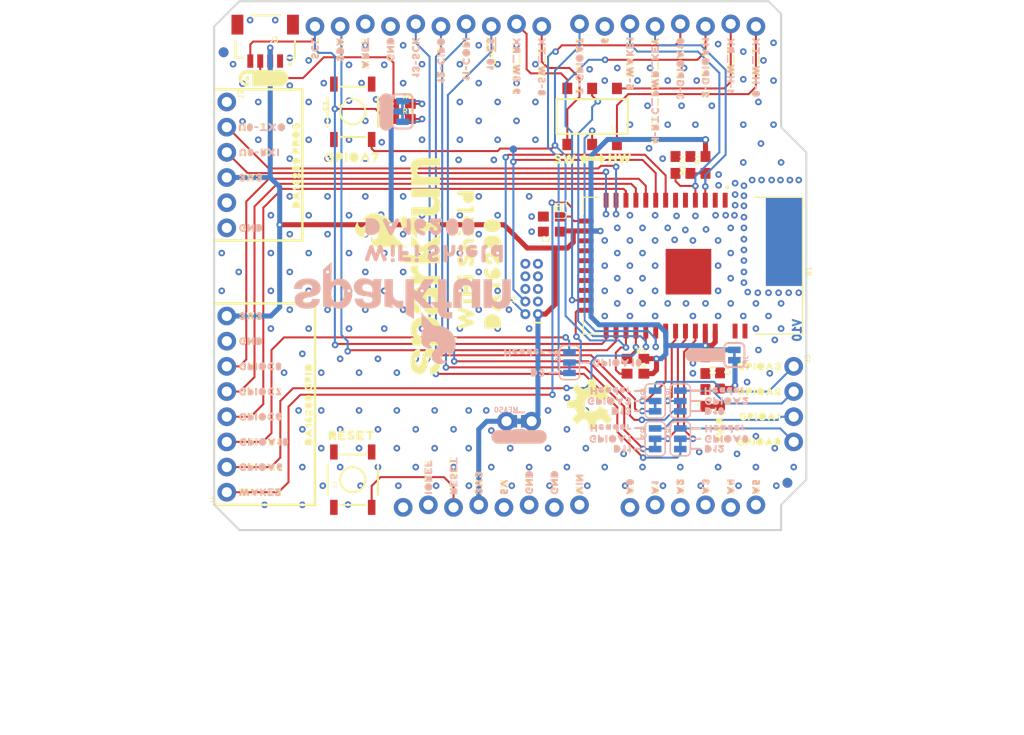
<source format=kicad_pcb>
(kicad_pcb (version 20211014) (generator pcbnew)
  (layers (0 "F.Cu" signal) (31 "B.Cu" signal) (34 "B.Paste" user) (35 "F.Paste" user) (36 "B.SilkS" user "B.Silkscreen") (37 "F.SilkS" user "F.Silkscreen") (38 "B.Mask" user) (39 "F.Mask" user) (44 "Edge.Cuts" user))
  (net 0 "")
  (net 1 "GND")
  (net 2 "N$5")
  (net 3 "U0RXI")
  (net 4 "U0TXO")
  (net 5 "ARD_SW_TX")
  (net 6 "ARD_SW_RX")
  (net 7 "ARD_HW_TX")
  (net 8 "ARD_HW_RX")
  (net 9 "RTC_PWR_KEY")
  (net 10 "RTC_WAKE1")
  (net 11 "GPIOA7")
  (net 12 "GPIOA10")
  (net 13 "GPIOA11")
  (net 14 "HDR_GPIOC6")
  (net 15 "HDR_GPIOC7")
  (net 16 "HDR_GPIOC8")
  (net 17 "U1RXI")
  (net 18 "U1TXO")
  (net 19 "3.3V")
  (net 20 "TCLK")
  (net 21 "TMS")
  (net 22 "SPI_CIPO")
  (net 23 "SPI_COPI")
  (net 24 "SPI_CS")
  (net 25 "SPI_SCK")
  (net 26 "ARD_RESET")
  (net 27 "N$1")
  (net 28 "N$2")
  (net 29 "ARD_GPIOA10")
  (net 30 "ARD_SDA")
  (net 31 "ARD_SCL")
  (net 32 "N$3")
  (net 33 "N$4")
  (net 34 "GPIOA0")
  (net 35 "GPIOA1")
  (net 36 "HDR_GPIOA0")
  (net 37 "HDR_GPIOA1")
  (net 38 "HDR_GPIOA10")
  (net 39 "HDR_GPIOA6")
  (net 40 "HDR_RTC_WAKE2")
  (net 41 "GPIOA2")
  (net 42 "HDR_GPIOA2")
  (net 43 "GPIOA3")
  (net 44 "HDR_GPIOA3")
  (footprint "boardEagle:TACTILE_SWITCH_SMD_5.2MM" (layer "F.Cu") (at 132.6261 89.4842 90)
    (fp_text reference "S3")
    (fp_text value "")
  )
  (footprint "boardEagle:DA16200_GPIO0" (layer "F.Cu") (at 128.1811 118.9736 90)
    (fp_text reference "U$104" hide)
    (fp_text value "" hide)
  )
  (footprint "boardEagle:HW0" (layer "F.Cu") (at 161.5186 94.2086)
    (fp_text reference "U$42" hide)
    (fp_text value "" hide)
  )
  (footprint "boardEagle:0603" (layer "F.Cu") (at 168.1734 115.0366 -90)
    (fp_text reference "C3")
    (fp_text value "1uF")
  )
  (footprint "boardEagle:4#RTC_PWR_KEY0" (layer "F.Cu") (at 163.1061 81.3816 90)
    (fp_text reference "U$18" hide)
    (fp_text value "" hide)
  )
  (footprint "boardEagle:0603" (layer "F.Cu") (at 137.5791 90.2081)
    (fp_text reference "R7")
    (fp_text value "4.7k")
  )
  (footprint "boardEagle:12#CIPO0" (layer "F.Cu") (at 141.5161 81.3816 90)
    (fp_text reference "U$26" hide)
    (fp_text value "" hide)
  )
  (footprint "boardEagle:GND0" (layer "F.Cu") (at 120.6246 101.1936)
    (fp_text reference "U$52" hide)
    (fp_text value "" hide)
  )
  (footprint "boardEagle:GPIOC70" (layer "F.Cu") (at 120.6246 117.7036)
    (fp_text reference "U$45" hide)
    (fp_text value "" hide)
  )
  (footprint "boardEagle:1X04_NO_SILK" (layer "F.Cu") (at 177.0761 115.1636 -90)
    (fp_text reference "J5")
    (fp_text value "")
  )
  (footprint "boardEagle:GND0" (layer "F.Cu") (at 120.6246 112.6236)
    (fp_text reference "U$40" hide)
    (fp_text value "" hide)
  )
  (footprint "boardEagle:U0#TXO0" (layer "F.Cu") (at 120.5611 91.0336)
    (fp_text reference "U$53" hide)
    (fp_text value "" hide)
  )
  (footprint "boardEagle:0603" (layer "F.Cu") (at 152.6921 100.0506)
    (fp_text reference "R3")
    (fp_text value "4.7k")
  )
  (footprint "boardEagle:9#SW_RX0" (layer "F.Cu") (at 149.1361 81.3816 90)
    (fp_text reference "U$32" hide)
    (fp_text value "" hide)
  )
  (footprint "boardEagle:DA162000" (layer "F.Cu") (at 146.7231 112.6236 90)
    (fp_text reference "U$108" hide)
    (fp_text value "" hide)
  )
  (footprint "boardEagle:8#SW_TX0" (layer "F.Cu") (at 151.6761 81.3816 90)
    (fp_text reference "U$20" hide)
    (fp_text value "" hide)
  )
  (footprint "boardEagle:3V30" (layer "F.Cu") (at 120.6246 96.1136)
    (fp_text reference "U$37" hide)
    (fp_text value "" hide)
  )
  (footprint "boardEagle:0603" (layer "F.Cu") (at 166.6621 94.8436 90)
    (fp_text reference "C1")
    (fp_text value "DNP")
  )
  (footprint "boardEagle:5V0" (layer "F.Cu") (at 147.8661 128.6256 90)
    (fp_text reference "U$4" hide)
    (fp_text value "" hide)
  )
  (footprint "boardEagle:3#GPIOA100" (layer "F.Cu") (at 165.6461 81.3816 90)
    (fp_text reference "U$51" hide)
    (fp_text value "" hide)
  )
  (footprint "boardEagle:3V30" (layer "F.Cu") (at 120.6246 110.0836)
    (fp_text reference "U$41" hide)
    (fp_text value "" hide)
  )
  (footprint "boardEagle:AREF0" (layer "F.Cu") (at 133.8961 81.3816 90)
    (fp_text reference "U$29" hide)
    (fp_text value "" hide)
  )
  (footprint "boardEagle:GND0" (layer "F.Cu") (at 136.4361 84.9376 90)
    (fp_text reference "U$28" hide)
    (fp_text value "" hide)
  )
  (footprint "boardEagle:SFE_LOGO_NAME_FLAME_.2" (layer "F.Cu") (at 140.2461 105.0036 90)
    (fp_text reference "LOGO1" hide)
    (fp_text value "SFE_LOGO_NAME_FLAME.2_INCH" hide)
  )
  (footprint "boardEagle:2X5-PTH-1.27MM-NO_SILK" (layer "F.Cu") (at 150.6601 107.3531 90)
    (fp_text reference "J1")
    (fp_text value "CORTEX_JTAG_DEBUG")
  )
  (footprint "boardEagle:TACTILE_SWITCH_SMD_5.2MM" (layer "F.Cu") (at 132.6261 126.5936 90)
    (fp_text reference "S2")
    (fp_text value "Reset")
  )
  (footprint "boardEagle:0603" (layer "F.Cu") (at 161.1249 114.4016)
    (fp_text reference "R4")
    (fp_text value "4.7k")
  )
  (footprint "boardEagle:VIN0" (layer "F.Cu") (at 155.4861 128.6256 90)
    (fp_text reference "U$7" hide)
    (fp_text value "" hide)
  )
  (footprint "boardEagle:FIDUCIAL-1X2" (layer "F.Cu") (at 176.4411 126.9111)
    (fp_text reference "FD3" hide)
    (fp_text value "FIDUCIAL1X2" hide)
  )
  (footprint "boardEagle:GPIOC80" (layer "F.Cu") (at 120.6246 115.1636)
    (fp_text reference "U$44" hide)
    (fp_text value "" hide)
  )
  (footprint "boardEagle:SWITCH_DPDT_SMD_AYZ0202" (layer "F.Cu") (at 156.7561 89.9541 180)
    (fp_text reference "S1")
    (fp_text value "DPDT" hide)
  )
  (footprint "boardEagle:3V30" (layer "F.Cu") (at 145.3261 128.6256 90)
    (fp_text reference "U$3" hide)
    (fp_text value "" hide)
  )
  (footprint "boardEagle:GPIOA20" (layer "F.Cu") (at 170.8531 117.7036)
    (fp_text reference "U$102" hide)
    (fp_text value "" hide)
  )
  (footprint "boardEagle:7#GPIOA70" (layer "F.Cu") (at 155.4861 81.3816 90)
    (fp_text reference "U$21" hide)
    (fp_text value "" hide)
  )
  (footprint "boardEagle:SCL0" (layer "F.Cu") (at 128.8161 81.3816 90)
    (fp_text reference "U$31" hide)
    (fp_text value "" hide)
  )
  (footprint "boardEagle:0#HW_TX0" (layer "F.Cu") (at 173.2661 81.3816 90)
    (fp_text reference "U$14" hide)
    (fp_text value "" hide)
  )
  (footprint "boardEagle:0603" (layer "F.Cu") (at 169.6466 114.9731 -90)
    (fp_text reference "C4")
    (fp_text value "10uF")
  )
  (footprint "boardEagle:0603" (layer "F.Cu") (at 168.1861 94.8436 90)
    (fp_text reference "R1")
    (fp_text value "DNP")
  )
  (footprint "boardEagle:A30" (layer "F.Cu") (at 168.1861 128.6256 90)
    (fp_text reference "U$11" hide)
    (fp_text value "" hide)
  )
  (footprint "boardEagle:0603" (layer "F.Cu") (at 161.1249 115.9002)
    (fp_text reference "R5")
    (fp_text value "4.7k")
  )
  (footprint "boardEagle:GPIOA00" (layer "F.Cu") (at 170.7896 122.7836)
    (fp_text reference "U$93" hide)
    (fp_text value "" hide)
  )
  (footprint "boardEagle:A20" (layer "F.Cu") (at 165.6461 128.6256 90)
    (fp_text reference "U$10" hide)
    (fp_text value "" hide)
  )
  (footprint "boardEagle:FIDUCIAL-1X2" (layer "F.Cu") (at 119.6086 83.4771)
    (fp_text reference "FD1" hide)
    (fp_text value "FIDUCIAL1X2" hide)
  )
  (footprint "boardEagle:2#GPIOA110" (layer "F.Cu") (at 168.1861 81.3816 90)
    (fp_text reference "U$109" hide)
    (fp_text value "" hide)
  )
  (footprint "boardEagle:GPIOA30" (layer "F.Cu") (at 170.8531 115.1636)
    (fp_text reference "U$103" hide)
    (fp_text value "" hide)
  )
  (footprint "boardEagle:A00" (layer "F.Cu") (at 160.5661 128.6256 90)
    (fp_text reference "U$8" hide)
    (fp_text value "" hide)
  )
  (footprint "boardEagle:GPIOA10" (layer "F.Cu") (at 171.0436 120.2436)
    (fp_text reference "U$94" hide)
    (fp_text value "" hide)
  )
  (footprint "boardEagle:GPIOA70" (layer "F.Cu") (at 132.6261 94.0816)
    (fp_text reference "U$34" hide)
    (fp_text value "" hide)
  )
  (footprint "boardEagle:GND0" (layer "F.Cu") (at 152.9461 128.6256 90)
    (fp_text reference "U$6" hide)
    (fp_text value "" hide)
  )
  (footprint "boardEagle:A40" (layer "F.Cu") (at 170.7261 128.6256 90)
    (fp_text reference "U$12" hide)
    (fp_text value "" hide)
  )
  (footprint "boardEagle:JST04_1MM_RA" (layer "F.Cu") (at 123.7996 84.3661 180)
    (fp_text reference "J3")
    (fp_text value "QWIIC_RA")
  )
  (footprint "boardEagle:60" (layer "F.Cu") (at 158.0261 81.3816 90)
    (fp_text reference "U$38" hide)
    (fp_text value "" hide)
  )
  (footprint "boardEagle:SW0" (layer "F.Cu") (at 155.9306 94.2721)
    (fp_text reference "U$43" hide)
    (fp_text value "" hide)
  )
  (footprint "boardEagle:U0#RXI0" (layer "F.Cu") (at 120.6246 93.5736)
    (fp_text reference "U$54" hide)
    (fp_text value "" hide)
  )
  (footprint "boardEagle:1#HW_RX0" (layer "F.Cu") (at 170.7261 81.3816 90)
    (fp_text reference "U$15" hide)
    (fp_text value "" hide)
  )
  (footprint "boardEagle:GPIOA100" (layer "F.Cu") (at 126.7841 122.7836)
    (fp_text reference "U$47" hide)
    (fp_text value "" hide)
  )
  (footprint "boardEagle:UNO_R3_SHIELD_NOLABELS_LOCK" (layer "F.Cu") (at 149.1361 105.0036 -90)
    (fp_text reference "B1")
    (fp_text value "ARDUINO_UNO_R3_SHIELD")
  )
  (footprint "boardEagle:QWIIC_5MM" (layer "F.Cu") (at 123.6091 86.0806)
    (fp_text reference "LOGO4" hide)
    (fp_text value "QWIIC_LOGO_5MM" hide)
  )
  (footprint "boardEagle:IOREF0" (layer "F.Cu") (at 140.2461 128.6256 90)
    (fp_text reference "U$1" hide)
    (fp_text value "" hide)
  )
  (footprint "boardEagle:WAKE20" (layer "F.Cu") (at 120.6246 127.8636)
    (fp_text reference "U$35" hide)
    (fp_text value "" hide)
  )
  (footprint "boardEagle:11#COPI0" (layer "F.Cu") (at 144.0561 81.3816 90)
    (fp_text reference "U$25" hide)
    (fp_text value "" hide)
  )
  (footprint "boardEagle:1X08_NO_SILK" (layer "F.Cu") (at 119.9261 127.8636 90)
    (fp_text reference "J4")
    (fp_text value "")
  )
  (footprint "boardEagle:SDA0" (layer "F.Cu") (at 131.3561 81.3816 90)
    (fp_text reference "U$30" hide)
    (fp_text value "" hide)
  )
  (footprint "boardEagle:13#SCK0" (layer "F.Cu") (at 138.9761 81.3816 90)
    (fp_text reference "U$27" hide)
    (fp_text value "" hide)
  )
  (footprint "boardEagle:DA16200_PROG0" (layer "F.Cu") (at 126.9111 94.8436 90)
    (fp_text reference "U$105" hide)
    (fp_text value "" hide)
  )
  (footprint "boardEagle:RESET_0" (layer "F.Cu") (at 132.7531 122.1486)
    (fp_text reference "U$36" hide)
    (fp_text value "" hide)
  )
  (footprint "boardEagle:WIFI_SHIELD0" (layer "F.Cu") (at 144.0561 112.6236 90)
    (fp_text reference "U$107" hide)
    (fp_text value "" hide)
  )
  (footprint "boardEagle:10##CS#0" (layer "F.Cu") (at 146.5961 81.3816 90)
    (fp_text reference "U$24" hide)
    (fp_text value "" hide)
  )
  (footprint "boardEagle:CREATIVE_COMMONS" (layer "F.Cu") (at 117.3861 151.9936)
    (fp_text reference "FRAME1" hide)
    (fp_text value "FRAME-LETTER" hide)
  )
  (footprint "boardEagle:LED-0603" (layer "F.Cu") (at 169.6466 118.2751 -90)
    (fp_text reference "D1")
    (fp_text value "RED")
  )
  (footprint "boardEagle:0603" (layer "F.Cu") (at 152.6921 101.5746 180)
    (fp_text reference "C2")
    (fp_text value "1uF")
  )
  (footprint "boardEagle:5#WAKE10" (layer "F.Cu") (at 160.5661 81.3181 90)
    (fp_text reference "U$23" hide)
    (fp_text value "" hide)
  )
  (footprint "boardEagle:1X06_NO_SILK" (layer "F.Cu") (at 119.9261 88.4936 -90)
    (fp_text reference "J2")
    (fp_text value "")
  )
  (footprint "boardEagle:A10" (layer "F.Cu") (at 163.1061 128.6256 90)
    (fp_text reference "U$9" hide)
    (fp_text value "" hide)
  )
  (footprint "boardEagle:0603" (layer "F.Cu") (at 168.1734 118.3386 90)
    (fp_text reference "R6")
    (fp_text value "200")
  )
  (footprint "boardEagle:XCVR_DA16200MOD-AAC4WA32" (layer "F.Cu") (at 166.9161 105.0036 -90)
    (fp_text reference "U1")
    (fp_text value "DA16200MOD")
  )
  (footprint "boardEagle:GPIOA60" (layer "F.Cu") (at 120.6246 125.3236)
    (fp_text reference "U$17" hide)
    (fp_text value "" hide)
  )
  (footprint "boardEagle:PWR0" (layer "F.Cu") (at 169.6466 123.4186 90)
    (fp_text reference "U$99" hide)
    (fp_text value "" hide)
  )
  (footprint "boardEagle:RESET0" (layer "F.Cu") (at 142.7861 128.6256 90)
    (fp_text reference "U$2" hide)
    (fp_text value "" hide)
  )
  (footprint "boardEagle:0603" (layer "F.Cu") (at 137.5791 88.6841)
    (fp_text reference "R8")
    (fp_text value "4.7k")
  )
  (footprint "boardEagle:GND0" (layer "F.Cu") (at 150.4061 128.6256 90)
    (fp_text reference "U$5" hide)
    (fp_text value "" hide)
  )
  (footprint "boardEagle:OSHW-LOGO-M" (layer "F.Cu") (at 156.7561 118.9736 90)
    (fp_text reference "LOGO2" hide)
    (fp_text value "OSHW-LOGOM" hide)
  )
  (footprint "boardEagle:A50" (layer "F.Cu") (at 173.2661 128.6256 90)
    (fp_text reference "U$13" hide)
    (fp_text value "" hide)
  )
  (footprint "boardEagle:GPIOC60" (layer "F.Cu") (at 120.6246 120.2436)
    (fp_text reference "U$46" hide)
    (fp_text value "" hide)
  )
  (footprint "boardEagle:0603" (layer "F.Cu") (at 165.1635 94.8436 -90)
    (fp_text reference "R2")
    (fp_text value "4.7k")
  )
  (footprint "boardEagle:#MEAS#0" (layer "B.Cu") (at 149.3901 122.2756)
    (fp_text reference "U$98" hide)
    (fp_text value "" hide)
  )
  (footprint "boardEagle:GND0" (layer "B.Cu") (at 150.4061 128.6256 90)
    (fp_text reference "U$56" hide)
    (fp_text value "" hide)
  )
  (footprint "boardEagle:DA162000" (layer "B.Cu") (at 132.6261 101.0666)
    (fp_text reference "U$101" hide)
    (fp_text value "" hide)
  )
  (footprint "boardEagle:HEADER0" (layer "B.Cu") (at 161.3281 121.3866)
    (fp_text reference "U$118" hide)
    (fp_text value "" hide)
  )
  (footprint "boardEagle:3V30" (layer "B.Cu") (at 120.6246 96.1136)
    (fp_text reference "U$85" hide)
    (fp_text value "" hide)
  )
  (footprint "boardEagle:GND0" (layer "B.Cu") (at 152.9461 128.6256 90)
    (fp_text reference "U$57" hide)
    (fp_text value "" hide)
  )
  (footprint "boardEagle:3#GPIOA100" (layer "B.Cu") (at 165.6461 81.3816 90)
    (fp_text reference "U$68" hide)
    (fp_text value "" hide)
  )
  (footprint "boardEagle:SCL0" (layer "B.Cu") (at 128.8161 81.3816 90)
    (fp_text reference "U$82" hide)
    (fp_text value "" hide)
  )
  (footprint "boardEagle:2#GPIOA110" (layer "B.Cu") (at 168.1861 81.3816 90)
    (fp_text reference "U$50" hide)
    (fp_text value "" hide)
  )
  (footprint "boardEagle:HEADER0" (layer "B.Cu") (at 161.3281 117.6401)
    (fp_text reference "U$119" hide)
    (fp_text value "" hide)
  )
  (footprint "boardEagle:5#WAKE10" (layer "B.Cu") (at 160.5661 81.3181 90)
    (fp_text reference "U$33" hide)
    (fp_text value "" hide)
  )
  (footprint "boardEagle:D110" (layer "B.Cu") (at 161.3281 123.4821)
    (fp_text reference "U$123" hide)
    (fp_text value "" hide)
  )
  (footprint "boardEagle:A40" (layer "B.Cu") (at 170.7261 128.6256 90)
    (fp_text reference "U$63" hide)
    (fp_text value "" hide)
  )
  (footprint "boardEagle:3V30" (layer "B.Cu") (at 145.3261 128.6256 90)
    (fp_text reference "U$39" hide)
    (fp_text value "" hide)
  )
  (footprint "boardEagle:HEADER0" (layer "B.Cu") (at 172.8216 117.6401)
    (fp_text reference "U$120" hide)
    (fp_text value "" hide)
  )
  (footprint "boardEagle:GPIOC60" (layer "B.Cu") (at 120.6246 120.2436)
    (fp_text reference "U$91" hide)
    (fp_text value "" hide)
  )
  (footprint "boardEagle:COMBO-JUMPER_2_NC_TRACE" (layer "B.Cu") (at 149.3901 120.7008 180)
    (fp_text reference "MEAS0")
    (fp_text value "")
  )
  (footprint "boardEagle:A10" (layer "B.Cu") (at 163.1061 128.6256 90)
    (fp_text reference "U$60" hide)
    (fp_text value "" hide)
  )
  (footprint "boardEagle:HEADER0" (layer "B.Cu") (at 152.6286 113.7666)
    (fp_text reference "U$106" hide)
    (fp_text value "" hide)
  )
  (footprint "boardEagle:GND0" (layer "B.Cu") (at 120.6246 101.1936)
    (fp_text reference "U$86" hide)
    (fp_text value "" hide)
  )
  (footprint "boardEagle:SMT-JUMPER_3_2-NC_TRACE_SILK" (layer "B.Cu") (at 137.6426 89.4461 -90)
    (fp_text reference "I2C0")
    (fp_text value "")
  )
  (footprint "boardEagle:1#HW_RX0" (layer "B.Cu") (at 170.7261 81.3816 90)
    (fp_text reference "U$66" hide)
    (fp_text value "" hide)
  )
  (footprint "boardEagle:U0#RXI0" (layer "B.Cu") (at 120.6246 93.5736)
    (fp_text reference "U$84" hide)
    (fp_text value "" hide)
  )
  (footprint "boardEagle:RESET0" (layer "B.Cu") (at 142.7861 128.6256 90)
    (fp_text reference "U$19" hide)
    (fp_text value "" hide)
  )
  (footprint "boardEagle:GPIOC70" (layer "B.Cu") (at 120.6246 117.7036)
    (fp_text reference "U$90" hide)
    (fp_text value "" hide)
  )
  (footprint "boardEagle:D100" (layer "B.Cu") (at 167.5511 119.6721)
    (fp_text reference "U$122" hide)
    (fp_text value "" hide)
  )
  (footprint "boardEagle:PAD.03X.03" (layer "B.Cu") (at 148.8186 93.2561 180)
    (fp_text reference "TP1" hide)
    (fp_text value "" hide)
  )
  (footprint "boardEagle:HEADER0" (layer "B.Cu") (at 172.8851 121.4501)
    (fp_text reference "U$121" hide)
    (fp_text value "" hide)
  )
  (footprint "boardEagle:60" (layer "B.Cu") (at 158.0261 81.3816 90)
    (fp_text reference "U$71" hide)
    (fp_text value "" hide)
  )
  (footprint "boardEagle:10##CS#0" (layer "B.Cu") (at 146.5961 81.3816 90)
    (fp_text reference "U$75" hide)
    (fp_text value "" hide)
  )
  (footprint "boardEagle:7#GPIOA70" (layer "B.Cu") (at 155.4861 81.3816 90)
    (fp_text reference "U$72" hide)
    (fp_text value "" hide)
  )
  (footprint "boardEagle:SMT-JUMPER_3_1-NC_TRACE_SILK" (layer "B.Cu") (at 154.4701 114.7826 -90)
    (fp_text reference "JP6")
    (fp_text value "")
  )
  (footprint "boardEagle:WAKE20" (layer "B.Cu") (at 120.6246 127.8636)
    (fp_text reference "U$48" hide)
    (fp_text value "" hide)
  )
  (footprint "boardEagle:AREF0" (layer "B.Cu") (at 133.8961 81.3816 90)
    (fp_text reference "U$80" hide)
    (fp_text value "" hide)
  )
  (footprint "boardEagle:GPIOC80" (layer "B.Cu") (at 120.6246 115.1636)
    (fp_text reference "U$89" hide)
    (fp_text value "" hide)
  )
  (footprint "boardEagle:12#CIPO0" (layer "B.Cu") (at 141.5161 81.3816 90)
    (fp_text reference "U$77" hide)
    (fp_text value "" hide)
  )
  (footprint "boardEagle:D120" (layer "B.Cu") (at 167.5511 123.4821)
    (fp_text reference "U$124" hide)
    (fp_text value "" hide)
  )
  (footprint "boardEagle:D30" (layer "B.Cu") (at 152.6286 115.7986)
    (fp_text reference "U$96" hide)
    (fp_text value "" hide)
  )
  (footprint "boardEagle:SDA0" (layer "B.Cu") (at 131.3561 81.3816 90)
    (fp_text reference "U$81" hide)
    (fp_text value "" hide)
  )
  (footprint "boardEagle:#LED#0" (layer "B.Cu") (at 170.3451 114.0206)
    (fp_text reference "U$97" hide)
    (fp_text value "" hide)
  )
  (footprint "boardEagle:WIFI_SHIELD0" (layer "B.Cu") (at 132.6261 103.7336)
    (fp_text reference "U$100" hide)
    (fp_text value "" hide)
  )
  (footprint "boardEagle:VIN0" (layer "B.Cu") (at 155.4861 128.6256 90)
    (fp_text reference "U$58" hide)
    (fp_text value "" hide)
  )
  (footprint "boardEagle:A50" (layer "B.Cu") (at 173.2661 128.6256 90)
    (fp_text reference "U$64" hide)
    (fp_text value "" hide)
  )
  (footprint "boardEagle:GPIOA100" (layer "B.Cu") (at 162.4076 114.7826)
    (fp_text reference "U$69" hide)
    (fp_text value "" hide)
  )
  (footprint "boardEagle:GND0" (layer "B.Cu") (at 120.6246 112.6236)
    (fp_text reference "U$88" hide)
    (fp_text value "" hide)
  )
  (footprint "boardEagle:SMT-JUMPER_3_1-NC_TRACE_SILK" (layer "B.Cu") (at 165.6461 118.6561 -90)
    (fp_text reference "JP4")
    (fp_text value "")
  )
  (footprint "boardEagle:GPIOA100" (layer "B.Cu") (at 126.7841 122.7836)
    (fp_text reference "U$92" hide)
    (fp_text value "" hide)
  )
  (footprint "boardEagle:11#COPI0" (layer "B.Cu") (at 144.0561 81.3816 90)
    (fp_text reference "U$76" hide)
    (fp_text value "" hide)
  )
  (footprint "boardEagle:GPIOA20" (layer "B.Cu") (at 167.5511 118.6561)
    (fp_text reference "U$116" hide)
    (fp_text value "" hide)
  )
  (footprint "boardEagle:SMT-JUMPER_2_NC_TRACE_SILK" (layer "B.Cu") (at 171.0944 114.0206 90)
    (fp_text reference "JP1")
    (fp_text value "")
  )
  (footprint "boardEagle:SMT-JUMPER_3_1-NC_TRACE_SILK" (layer "B.Cu") (at 163.1061 122.4661 -90)
    (fp_text reference "JP3")
    (fp_text value "")
  )
  (footprint "boardEagle:GND0" (layer "B.Cu") (at 136.4361 84.9376 90)
    (fp_text reference "U$79" hide)
    (fp_text value "" hide)
  )
  (footprint "boardEagle:SMT-JUMPER_3_1-NC_TRACE_SILK" (layer "B.Cu") (at 165.6461 122.4661 -90)
    (fp_text reference "JP2")
    (fp_text value "")
  )
  (footprint "boardEagle:A20" (layer "B.Cu") (at 165.6461 128.6256 90)
    (fp_text reference "U$61" hide)
    (fp_text value "" hide)
  )
  (footprint "boardEagle:GPIOA30" (layer "B.Cu") (at 155.7401 118.6561)
    (fp_text reference "U$117" hide)
    (fp_text value "" hide)
  )
  (footprint "boardEagle:FIDUCIAL-1X2" (layer "B.Cu") (at 119.6086 83.4771 180)
    (fp_text reference "FD2" hide)
    (fp_text value "FIDUCIAL1X2" hide)
  )
  (footprint "boardEagle:A30" (layer "B.Cu") (at 168.1861 128.6256 90)
    (fp_text reference "U$62" hide)
    (fp_text value "" hide)
  )
  (footprint "boardEagle:4#RTC_PWR_KEY0" (layer "B.Cu") (at 163.1061 81.3816 90)
    (fp_text reference "U$70" hide)
    (fp_text value "" hide)
  )
  (footprint "boardEagle:U0#TXO0" (layer "B.Cu") (at 120.5611 91.0336)
    (fp_text reference "U$83" hide)
    (fp_text value "" hide)
  )
  (footprint "boardEagle:#I2C#0" (layer "B.Cu") (at 135.9916 89.5096 90)
    (fp_text reference "U$49" hide)
    (fp_text value "" hide)
  )
  (footprint "boardEagle:8#SW_TX0" (layer "B.Cu") (at 151.6761 81.3816 90)
    (fp_text reference "U$73" hide)
    (fp_text value "" hide)
  )
  (footprint "boardEagle:SFE_LOGO_NAME_FLAME_.2" (layer "B.Cu") (at 137.7061 107.5436)
    (fp_text reference "LOGO3" hide)
    (fp_text value "SFE_LOGO_NAME_FLAME.2_INCH" hide)
  )
  (footprint "boardEagle:0#HW_TX0" (layer "B.Cu") (at 173.2661 81.3816 90)
    (fp_text reference "U$65" hide)
    (fp_text value "" hide)
  )
  (footprint "boardEagle:3V30" (layer "B.Cu") (at 120.6246 110.0836)
    (fp_text reference "U$87" hide)
    (fp_text value "" hide)
  )
  (footprint "boardEagle:SMT-JUMPER_3_1-NC_TRACE_SILK" (layer "B.Cu") (at 163.1061 118.6561 -90)
    (fp_text reference "JP5")
    (fp_text value "")
  )
  (footprint "boardEagle:13#SCK0" (layer "B.Cu") (at 138.9761 81.3816 90)
    (fp_text reference "U$78" hide)
    (fp_text value "" hide)
  )
  (footprint "boardEagle:9#SW_RX0" (layer "B.Cu") (at 149.1361 81.3816 90)
    (fp_text reference "U$74" hide)
    (fp_text value "" hide)
  )
  (footprint "boardEagle:FIDUCIAL-1X2" (layer "B.Cu") (at 176.4411 126.9111 180)
    (fp_text reference "FD4" hide)
    (fp_text value "FIDUCIAL1X2" hide)
  )
  (footprint "boardEagle:GPIOA00" (layer "B.Cu") (at 167.5511 122.4661)
    (fp_text reference "U$115" hide)
    (fp_text value "" hide)
  )
  (footprint "boardEagle:5V0" (layer "B.Cu") (at 147.8661 128.6256 90)
    (fp_text reference "U$55" hide)
    (fp_text value "" hide)
  )
  (footprint "boardEagle:IOREF0" (layer "B.Cu") (at 140.2461 128.6256 90)
    (fp_text reference "U$16" hide)
    (fp_text value "" hide)
  )
  (footprint "boardEagle:A00" (layer "B.Cu") (at 160.5661 128.6256 90)
    (fp_text reference "U$59" hide)
    (fp_text value "" hide)
  )
  (footprint "boardEagle:D130" (layer "B.Cu") (at 161.3281 119.6721)
    (fp_text reference "U$125" hide)
    (fp_text value "" hide)
  )
  (footprint "boardEagle:GPIOA60" (layer "B.Cu") (at 120.6246 125.3236)
    (fp_text reference "U$95" hide)
    (fp_text value "" hide)
  )
  (footprint "boardEagle:GPIOA10" (layer "B.Cu") (at 155.9306 122.4661)
    (fp_text reference "U$114" hide)
    (fp_text value "" hide)
  )
  (gr_line (start 167.6781 122.4661) (end 166.7891 122.4661) (layer "B.SilkS") (width 0.2032))
  (gr_line (start 161.9631 122.4661) (end 161.0741 122.4661) (layer "B.SilkS") (width 0.2032))
  (gr_line (start 167.6781 118.6561) (end 166.7891 118.6561) (layer "B.SilkS") (width 0.2032))
  (gr_line (start 167.6781 119.6721) (end 166.7891 119.6721) (layer "B.SilkS") (width 0.2032))
  (gr_line (start 167.6781 117.6401) (end 166.7891 117.6401) (layer "B.SilkS") (width 0.2032))
  (gr_line (start 167.6781 121.4501) (end 166.7891 121.4501) (layer "B.SilkS") (width 0.2032))
  (gr_line (start 153.3271 115.7986) (end 152.4381 115.7986) (layer "B.SilkS") (width 0.2032))
  (gr_line (start 167.6781 123.4821) (end 166.7891 123.4821) (layer "B.SilkS") (width 0.2032))
  (gr_line (start 161.9631 118.6561) (end 161.0741 118.6561) (layer "B.SilkS") (width 0.2032))
  (gr_line (start 156.5021 114.7826) (end 155.6131 114.7826) (layer "B.SilkS") (width 0.2032))
  (gr_line (start 161.9631 121.3866) (end 161.0741 121.3866) (layer "B.SilkS") (width 0.2032))
  (gr_line (start 161.9631 119.6721) (end 161.0741 119.6721) (layer "B.SilkS") (width 0.2032))
  (gr_line (start 161.9631 117.6401) (end 161.0741 117.6401) (layer "B.SilkS") (width 0.2032))
  (gr_line (start 153.3271 113.7666) (end 152.4381 113.7666) (layer "B.SilkS") (width 0.2032))
  (gr_line (start 161.9631 123.4821) (end 161.0741 123.4821) (layer "B.SilkS") (width 0.2032))
  (gr_line (start 157.6451 94.3356) (end 157.6451 94.5896) (layer "F.SilkS") (width 0.2032))
  (gr_line (start 128.8161 129.1336) (end 128.8161 108.8136) (layer "F.SilkS") (width 0.254))
  (gr_line (start 155.9941 93.8276) (end 155.6131 94.2086) (layer "F.SilkS") (width 0.2032))
  (gr_line (start 157.6451 94.5896) (end 158.0261 94.2086) (layer "F.SilkS") (width 0.2032))
  (gr_line (start 155.9941 94.0816) (end 155.9941 93.8276) (layer "F.SilkS") (width 0.2032))
  (gr_line (start 118.6561 102.4636) (end 127.5461 102.4636) (layer "F.SilkS") (width 0.254))
  (gr_line (start 158.0261 94.2086) (end 157.6451 93.8276) (layer "F.SilkS") (width 0.2032))
  (gr_line (start 155.6131 94.2086) (end 158.0261 94.2086) (layer "F.SilkS") (width 0.2032))
  (gr_line (start 157.7721 94.3356) (end 157.7721 94.0816) (layer "F.SilkS") (width 0.2032))
  (gr_line (start 155.8671 94.0816) (end 155.8671 94.3356) (layer "F.SilkS") (width 0.2032))
  (gr_line (start 155.9941 94.5896) (end 155.9941 94.0816) (layer "F.SilkS") (width 0.2032))
  (gr_line (start 127.5461 102.4636) (end 127.5461 87.2236) (layer "F.SilkS") (width 0.254))
  (gr_line (start 118.6561 129.1336) (end 128.8161 129.1336) (layer "F.SilkS") (width 0.254))
  (gr_line (start 128.8161 108.8136) (end 118.6561 108.8136) (layer "F.SilkS") (width 0.254))
  (gr_line (start 155.6131 94.2086) (end 155.9941 94.5896) (layer "F.SilkS") (width 0.2032))
  (gr_line (start 157.6451 93.8276) (end 157.6451 94.0816) (layer "F.SilkS") (width 0.2032))
  (gr_line (start 156.1211 94.3356) (end 157.6451 94.3356) (layer "F.SilkS") (width 0.2032))
  (gr_line (start 155.9941 94.0816) (end 157.6451 94.0816) (layer "F.SilkS") (width 0.2032))
  (gr_line (start 157.6451 94.0816) (end 157.6451 94.3356) (layer "F.SilkS") (width 0.2032))
  (gr_line (start 127.5461 87.2236) (end 118.6561 87.2236) (layer "F.SilkS") (width 0.254))
  (gr_line (start 178.3461 126.5936) (end 178.3461 93.5736) (layer "Edge.Cuts") (width 0.2032))
  (gr_line (start 121.1961 78.3336) (end 118.6561 80.8736) (layer "Edge.Cuts") (width 0.2032))
  (gr_line (start 178.3461 93.5736) (end 175.8061 91.0336) (layer "Edge.Cuts") (width 0.2032))
  (gr_line (start 175.8061 131.6736) (end 175.8061 129.1336) (layer "Edge.Cuts") (width 0.2032))
  (gr_line (start 175.8061 129.1336) (end 178.3461 126.5936) (layer "Edge.Cuts") (width 0.2032))
  (gr_line (start 118.6561 80.8736) (end 118.6561 129.1336) (layer "Edge.Cuts") (width 0.2032))
  (gr_line (start 121.1961 131.6736) (end 175.8061 131.6736) (layer "Edge.Cuts") (width 0.2032))
  (gr_line (start 175.8061 79.6036) (end 174.5361 78.3336) (layer "Edge.Cuts") (width 0.2032))
  (gr_line (start 174.5361 78.3336) (end 121.1961 78.3336) (layer "Edge.Cuts") (width 0.2032))
  (gr_line (start 118.6561 129.1336) (end 121.1961 131.6736) (layer "Edge.Cuts") (width 0.2032))
  (gr_line (start 175.8061 91.0336) (end 175.8061 79.6036) (layer "Edge.Cuts") (width 0.2032))
  (gr_text "V10" (at 177.9016 110.2741 -270) (layer "B.Cu") (effects (font (size 0.8128 0.8128) (thickness 0.2032)) (justify left bottom mirror)))
  (via (at 133.4135 127.2032) (size 0.6604) (drill 0.3048) (layers "F.Cu" "B.Cu") (net 1))
  (via (at 175.8061 111.3536) (size 0.6604) (drill 0.3048) (layers "F.Cu" "B.Cu") (net 1))
  (via (at 131.3561 125.3236) (size 0.6604) (drill 0.3048) (layers "F.Cu" "B.Cu") (net 1))
  (via (at 135.8011 84.7471) (size 0.6604) (drill 0.3048) (layers "F.Cu" "B.Cu") (net 1))
  (via (at 122.2756 80.2386) (size 0.6604) (drill 0.3048) (layers "F.Cu" "B.Cu") (net 1))
  (via (at 133.2611 123.4186) (size 0.6604) (drill 0.3048) (layers "F.Cu" "B.Cu") (net 1))
  (via (at 126.2761 90.3986) (size 0.6604) (drill 0.3048) (layers "F.Cu" "B.Cu") (net 1))
  (via (at 161.8361 108.8136) (size 0.6604) (drill 0.3048) (layers "F.Cu" "B.Cu") (net 1))
  (via (at 166.0271 85.0646) (size 0.6604) (drill 0.3048) (layers "F.Cu" "B.Cu") (net 1))
  (via (at 119.4181 107.5436) (size 0.6604) (drill 0.3048) (layers "F.Cu" "B.Cu") (net 1))
  (via (at 144.3355 127.2032) (size 0.6604) (drill 0.3048) (layers "F.Cu" "B.Cu") (net 1))
  (via (at 167.1701 90.7796) (size 0.6604) (drill 0.3048) (layers "F.Cu" "B.Cu") (net 1))
  (via (at 177.5841 96.3676) (size 0.6604) (drill 0.3048) (layers "F.Cu" "B.Cu") (net 1))
  (via (at 146.0881 119.6086) (size 0.6604) (drill 0.3048) (layers "F.Cu" "B.Cu") (net 1))
  (via (at 145.3261 98.0186) (size 0.6604) (drill 0.3048) (layers "F.Cu" "B.Cu") (net 1))
  (via (at 147.2311 88.4936) (size 0.6604) (drill 0.3048) (layers "F.Cu" "B.Cu") (net 1))
  (via (at 177.0761 125.3236) (size 0.6604) (drill 0.3048) (layers "F.Cu" "B.Cu") (net 1))
  (via (at 138.9761 125.3236) (size 0.6604) (drill 0.3048) (layers "F.Cu" "B.Cu") (net 1))
  (via (at 120.5611 84.6836) (size 0.6604) (drill 0.3048) (layers "F.Cu" "B.Cu") (net 1))
  (via (at 173.8376 96.3676) (size 0.6604) (drill 0.3048) (layers "F.Cu" "B.Cu") (net 1))
  (via (at 167.2971 86.3346) (size 0.6604) (drill 0.3048) (layers "F.Cu" "B.Cu") (net 1))
  (via (at 135.8011 107.5436) (size 0.6604) (drill 0.3048) (layers "F.Cu" "B.Cu") (net 1))
  (via (at 156.2735 127.2032) (size 0.6604) (drill 0.3048) (layers "F.Cu" "B.Cu") (net 1))
  (via (at 172.0596 96.9391) (size 0.6604) (drill 0.3048) (layers "F.Cu" "B.Cu") (net 1))
  (via (at 161.3281 86.3346) (size 0.6604) (drill 0.3048) (layers "F.Cu" "B.Cu") (net 1))
  (via (at 129.4511 123.4186) (size 0.6604) (drill 0.3048) (layers "F.Cu" "B.Cu") (net 1))
  (via (at 150.4061 111.3536) (size 0.6604) (drill 0.3048) (layers "F.Cu" "B.Cu") (net 1))
  (via (at 137.0711 115.7986) (size 0.6604) (drill 0.3048) (layers "F.Cu" "B.Cu") (net 1))
  (via (at 151.0411 92.3036) (size 0.6604) (drill 0.3048) (layers "F.Cu" "B.Cu") (net 1))
  (via (at 175.1711 112.4966) (size 0.6604) (drill 0.3048) (layers "F.Cu" "B.Cu") (net 1))
  (via (at 174.6631 115.8621) (size 0.6604) (drill 0.3048) (layers "F.Cu" "B.Cu") (net 1))
  (via (at 133.8961 94.2086) (size 0.6604) (drill 0.3048) (layers "F.Cu" "B.Cu") (net 1))
  (via (at 176.6951 96.3676) (size 0.6604) (drill 0.3048) (layers "F.Cu" "B.Cu") (net 1))
  (via (at 137.7061 94.2086) (size 0.6604) (drill 0.3048) (layers "F.Cu" "B.Cu") (net 1))
  (via (at 143.4211 111.3536) (size 0.6604) (drill 0.3048) (layers "F.Cu" "B.Cu") (net 1))
  (via (at 137.2235 127.2032) (size 0.6604) (drill 0.3048) (layers "F.Cu" "B.Cu") (net 1))
  (via (at 174.8536 96.3676) (size 0.6604) (drill 0.3048) (layers "F.Cu" "B.Cu") (net 1))
  (via (at 130.0861 109.4486) (size 0.6604) (drill 0.3048) (layers "F.Cu" "B.Cu") (net 1))
  (via (at 145.3261 82.7786) (size 0.6604) (drill 0.3048) (layers "F.Cu" "B.Cu") (net 1))
  (via (at 128.1811 107.5436) (size 0.6604) (drill 0.3048) (layers "F.Cu" "B.Cu") (net 1))
  (via (at 154.2161 118.3386) (size 0.6604) (drill 0.3048) (layers "F.Cu" "B.Cu") (net 1))
  (via (at 172.0596 105.6386) (size 0.6604) (drill 0.3048) (layers "F.Cu" "B.Cu") (net 1))
  (via (at 133.8961 101.8286) (size 0.6604) (drill 0.3048) (layers "F.Cu" "B.Cu") (net 1))
  (via (at 158.0261 102.4636) (size 0.6604) (drill 0.3048) (layers "F.Cu" "B.Cu") (net 1))
  (via (at 128.1811 111.3536) (size 0.6604) (drill 0.3048) (layers "F.Cu" "B.Cu") (net 1))
  (via (at 132.2451 99.9236) (size 0.6604) (drill 0.3048) (layers "F.Cu" "B.Cu") (net 1))
  (via (at 127.5461 121.5136) (size 0.6604) (drill 0.3048) (layers "F.Cu" "B.Cu") (net 1))
  (via (at 130.0861 94.2086) (size 0.6604) (drill 0.3048) (layers "F.Cu" "B.Cu") (net 1))
  (via (at 174.0281 84.3026) (size 0.6604) (drill 0.3048) (layers "F.Cu" "B.Cu") (net 1))
  (via (at 161.8361 106.2736) (size 0.6604) (drill 0.3048) (layers "F.Cu" "B.Cu") (net 1))
  (via (at 132.2451 92.3036) (size 0.6604) (drill 0.3048) (layers "F.Cu" "B.Cu") (net 1))
  (via (at 121.5136 86.6521) (size 0.6604) (drill 0.3048) (layers "F.Cu" "B.Cu") (net 1))
  (via (at 139.6111 111.3536) (size 0.6604) (drill 0.3048) (layers "F.Cu" "B.Cu") (net 1))
  (via (at 145.3261 90.3986) (size 0.6604) (drill 0.3048) (layers "F.Cu" "B.Cu") (net 1))
  (via (at 137.0711 123.4186) (size 0.6604) (drill 0.3048) (layers "F.Cu" "B.Cu") (net 1))
  (via (at 177.5841 107.7341) (size 0.6604) (drill 0.3048) (layers "F.Cu" "B.Cu") (net 1))
  (via (at 137.7061 86.5886) (size 0.6604) (drill 0.3048) (layers "F.Cu" "B.Cu") (net 1))
  (via (at 161.8361 101.1936) (size 0.6604) (drill 0.3048) (layers "F.Cu" "B.Cu") (net 1))
  (via (at 143.4211 88.4936) (size 0.6604) (drill 0.3048) (layers "F.Cu" "B.Cu") (net 1))
  (via (at 144.3101 119.6086) (size 0.6604) (drill 0.3048) (layers "F.Cu" "B.Cu") (net 1))
  (via (at 152.3111 119.6086) (size 0.6604) (drill 0.3048) (layers "F.Cu" "B.Cu") (net 1))
  (via (at 172.8851 96.3676) (size 0.6604) (drill 0.3048) (layers "F.Cu" "B.Cu") (net 1))
  (via (at 159.2961 106.2736) (size 0.6604) (drill 0.3048) (layers "F.Cu" "B.Cu") (net 1))
  (via (at 159.2961 85.0646) (size 0.6604) (drill 0.3048) (layers "F.Cu" "B.Cu") (net 1))
  (via (at 176.5681 107.7341) (size 0.6604) (drill 0.3048) (layers "F.Cu" "B.Cu") (net 1))
  (via (at 159.2961 103.7336) (size 0.6604) (drill 0.3048) (layers "F.Cu" "B.Cu") (net 1))
  (via (at 129.7051 86.5886) (size 0.6604) (drill 0.3048) (layers "F.Cu" "B.Cu") (net 1))
  (via (at 160.5661 107.5436) (size 0.6604) (drill 0.3048) (layers "F.Cu" "B.Cu") (net 1))
  (via (at 126.2761 98.0186) (size 0.6604) (drill 0.3048) (layers "F.Cu" "B.Cu") (net 1))
  (via (at 159.9311 123.9901) (size 0.6604) (drill 0.3048) (layers "F.Cu" "B.Cu") (net 1))
  (via (at 143.4211 99.9236) (size 0.6604) (drill 0.3048) (layers "F.Cu" "B.Cu") (net 1))
  (via (at 166.9161 102.4636) (size 0.6604) (drill 0.3048) (layers "F.Cu" "B.Cu") (net 1))
  (via (at 133.8961 109.4486) (size 0.6604) (drill 0.3048) (layers "F.Cu" "B.Cu") (net 1))
  (via (at 159.2961 108.8136) (size 0.6604) (drill 0.3048) (layers "F.Cu" "B.Cu") (net 1))
  (via (at 126.2761 105.6386) (size 0.6604) (drill 0.3048) (layers "F.Cu" "B.Cu") (net 1))
  (via (at 148.6535 127.2032) (size 0.6604) (drill 0.3048) (layers "F.Cu" "B.Cu") (net 1))
  (via (at 163.1061 105.0036) (size 0.6604) (drill 0.3048) (layers "F.Cu" "B.Cu") (net 1))
  (via (at 128.1811 99.9236) (size 0.6604) (drill 0.3048) (layers "F.Cu" "B.Cu") (net 1))
  (via (at 143.2941 94.3356) (size 0.6604) (drill 0.3048) (layers "F.Cu" "B.Cu") (net 1))
  (via (at 131.3561 114.4016) (size 0.6604) (drill 0.3048) (layers "F.Cu" "B.Cu") (net 1))
  (via (at 159.2961 101.1936) (size 0.6604) (drill 0.3048) (layers "F.Cu" "B.Cu") (net 1))
  (via (at 171.1071 99.9236) (size 0.6604) (drill 0.3048) (layers "F.Cu" "B.Cu") (net 1))
  (via (at 150.6601 100.0506) (size 0.6604) (drill 0.3048) (layers "F.Cu" "B.Cu") (net 1))
  (via (at 169.4561 110.0836) (size 0.6604) (drill 0.3048) (layers "F.Cu" "B.Cu") (net 1))
  (via (at 133.2611 119.6086) (size 0.6604) (drill 0.3048) (layers "F.Cu" "B.Cu") (net 1))
  (via (at 168.8211 88.8746) (size 0.6604) (drill 0.3048) (layers "F.Cu" "B.Cu") (net 1))
  (via (at 169.4561 107.5436) (size 0.6604) (drill 0.3048) (layers "F.Cu" "B.Cu") (net 1))
  (via (at 173.5201 113.5126) (size 0.6604) (drill 0.3048) (layers "F.Cu" "B.Cu") (net 1))
  (via (at 165.7731 88.8746) (size 0.6604) (drill 0.3048) (layers "F.Cu" "B.Cu") (net 1))
  (via (at 139.6111 103.7336) (size 0.6604) (drill 0.3048) (layers "F.Cu" "B.Cu") (net 1))
  (via (at 171.9961 110.0836) (size 0.6604) (drill 0.3048) (layers "F.Cu" "B.Cu") (net 1))
  (via (at 163.8935 127.2032) (size 0.6604) (drill 0.3048) (layers "F.Cu" "B.Cu") (net 1))
  (via (at 170.7261 108.8136) (size 0.6604) (drill 0.3048) (layers "F.Cu" "B.Cu") (net 1))
  (via (at 162.5981 85.0646) (size 0.6604) (drill 0.3048) (layers "F.Cu" "B.Cu") (net 1))
  (via (at 147.2311 103.7336) (size 0.6604) (drill 0.3048) (layers "F.Cu" "B.Cu") (net 1))
  (via (at 168.1861 108.8136) (size 0.6604) (drill 0.3048) (layers "F.Cu" "B.Cu") (net 1))
  (via (at 158.0261 105.0036) (size 0.6604) (drill 0.3048) (layers "F.Cu" "B.Cu") (net 1))
  (via (at 175.0441 82.5246) (size 0.6604) (drill 0.3048) (layers "F.Cu" "B.Cu") (net 1))
  (via (at 165.6461 125.3236) (size 0.6604) (drill 0.3048) (layers "F.Cu" "B.Cu") (net 1))
  (via (at 147.2311 99.9236) (size 0.6604) (drill 0.3048) (layers "F.Cu" "B.Cu") (net 1))
  (via (at 145.3261 109.4486) (size 0.6604) (drill 0.3048) (layers "F.Cu" "B.Cu") (net 1))
  (via (at 132.2451 111.3536) (size 0.6604) (drill 0.3048) (layers "F.Cu" "B.Cu") (net 1))
  (via (at 130.0861 105.6386) (size 0.6604) (drill 0.3048) (layers "F.Cu" "B.Cu") (net 1))
  (via (at 171.3611 123.9901) (size 0.6604) (drill 0.3048) (layers "F.Cu" "B.Cu") (net 1))
  (via (at 145.3261 101.8286) (size 0.6604) (drill 0.3048) (layers "F.Cu" "B.Cu") (net 1))
  (via (at 168.2369 101.346) (size 0.6604) (drill 0.3048) (layers "F.Cu" "B.Cu") (net 1))
  (via (at 172.0596 97.9551) (size 0.6604) (drill 0.3048) (layers "F.Cu" "B.Cu") (net 1))
  (via (at 169.5069 95.8088) (size 0.6604) (drill 0.3048) (layers "F.Cu" "B.Cu") (net 1))
  (via (at 172.4406 107.6706) (size 0.6604) (drill 0.3048) (layers "F.Cu" "B.Cu") (net 1))
  (via (at 129.4511 119.6086) (size 0.6604) (drill 0.3048) (layers "F.Cu" "B.Cu") (net 1))
  (via (at 133.8961 82.7786) (size 0.6604) (drill 0.3048) (layers "F.Cu" "B.Cu") (net 1))
  (via (at 151.0411 88.4936) (size 0.6604) (drill 0.3048) (layers "F.Cu" "B.Cu") (net 1))
  (via (at 127.5461 113.8936) (size 0.6604) (drill 0.3048) (layers "F.Cu" "B.Cu") (net 1))
  (via (at 169.4561 102.4636) (size 0.6604) (drill 0.3048) (layers "F.Cu" "B.Cu") (net 1))
  (via (at 175.3235 127.2032) (size 0.6604) (drill 0.3048) (layers "F.Cu" "B.Cu") (net 1))
  (via (at 163.1061 99.9236) (size 0.6604) (drill 0.3048) (layers "F.Cu" "B.Cu") (net 1))
  (via (at 169.4561 105.0036) (size 0.6604) (drill 0.3048) (layers "F.Cu" "B.Cu") (net 1))
  (via (at 128.1811 84.3026) (size 0.6604) (drill 0.3048) (layers "F.Cu" "B.Cu") (net 1))
  (via (at 147.2311 84.6836) (size 0.6604) (drill 0.3048) (layers "F.Cu" "B.Cu") (net 1))
  (via (at 133.2611 115.7986) (size 0.6604) (drill 0.3048) (layers "F.Cu" "B.Cu") (net 1))
  (via (at 146.5961 125.3236) (size 0.6604) (drill 0.3048) (layers "F.Cu" "B.Cu") (net 1))
  (via (at 163.8681 94.2086) (size 0.6604) (drill 0.3048) (layers "F.Cu" "B.Cu") (net 1))
  (via (at 164.3761 101.1936) (size 0.6604) (drill 0.3048) (layers "F.Cu" "B.Cu") (net 1))
  (via (at 137.7061 105.6386) (size 0.6604) (drill 0.3048) (layers "F.Cu" "B.Cu") (net 1))
  (via (at 121.1326 105.6386) (size 0.6604) (drill 0.3048) (layers "F.Cu" "B.Cu") (net 1))
  (via (at 150.4061 125.3236) (size 0.6604) (drill 0.3048) (layers "F.Cu" "B.Cu") (net 1))
  (via (at 144.3101 123.4186) (size 0.6604) (drill 0.3048) (layers "F.Cu" "B.Cu") (net 1))
  (via (at 133.8961 105.6386) (size 0.6604) (drill 0.3048) (layers "F.Cu" "B.Cu") (net 1))
  (via (at 156.1211 119.6086) (size 0.6604) (drill 0.3048) (layers "F.Cu" "B.Cu") (net 1))
  (via (at 128.1811 88.4936) (size 0.6604) (drill 0.3048) (layers "F.Cu" "B.Cu") (net 1))
  (via (at 135.1661 125.3236) (size 0.6604) (drill 0.3048) (layers "F.Cu" "B.Cu") (net 1))
  (via (at 165.2651 99.9871) (size 0.6604) (drill 0.3048) (layers "F.Cu" "B.Cu") (net 1))
  (via (at 140.8811 123.4186) (size 0.6604) (drill 0.3048) (layers "F.Cu" "B.Cu") (net 1))
  (via (at 139.6111 92.3036) (size 0.6604) (drill 0.3048) (layers "F.Cu" "B.Cu") (net 1))
  (via (at 172.0596 101.1936) (size 0.6604) (drill 0.3048) (layers "F.Cu" "B.Cu") (net 1))
  (via (at 126.2761 101.8286) (size 0.6604) (drill 0.3048) (layers "F.Cu" "B.Cu") (net 1))
  (via (at 173.4566 107.7341) (size 0.6604) (drill 0.3048) (layers "F.Cu" "B.Cu") (net 1))
  (via (at 164.3761 108.8136) (size 0.6604) (drill 0.3048) (layers "F.Cu" "B.Cu") (net 1))
  (via (at 132.2451 84.7471) (size 0.6604) (drill 0.3048) (layers "F.Cu" "B.Cu") (net 1))
  (via (at 132.2451 107.5436) (size 0.6604) (drill 0.3048) (layers "F.Cu" "B.Cu") (net 1))
  (via (at 128.1811 92.3036) (size 0.6604) (drill 0.3048) (layers "F.Cu" "B.Cu") (net 1))
  (via (at 151.0411 84.6836) (size 0.6604) (drill 0.3048) (layers "F.Cu" "B.Cu") (net 1))
  (via (at 131.3561 121.5136) (size 0.6604) (drill 0.3048) (layers "F.Cu" "B.Cu") (net 1))
  (via (at 171.9961 90.7796) (size 0.6604) (drill 0.3048) (layers "F.Cu" "B.Cu") (net 1))
  (via (at 137.7061 82.7786) (size 0.6604) (drill 0.3048) (layers "F.Cu" "B.Cu") (net 1))
  (via (at 170.7261 101.1936) (size 0.6604) (drill 0.3048) (layers "F.Cu" "B.Cu") (net 1))
  (via (at 147.2311 92.3036) (size 0.6604) (drill 0.3048) (layers "F.Cu" "B.Cu") (net 1))
  (via (at 170.7261 103.7336) (size 0.6604) (drill 0.3048) (layers "F.Cu" "B.Cu") (net 1))
  (via (at 169.4561 125.3236) (size 0.6604) (drill 0.3048) (layers "F.Cu" "B.Cu") (net 1))
  (via (at 129.6035 127.2032) (size 0.6604) (drill 0.3048) (layers "F.Cu" "B.Cu") (net 1))
  (via (at 156.5021 85.1916) (size 0.6604) (drill 0.3048) (layers "F.Cu" "B.Cu") (net 1))
  (via (at 124.3711 111.3536) (size 0.6604) (drill 0.3048) (layers "F.Cu" "B.Cu") (net 1))
  (via (at 129.4511 115.7986) (size 0.6604) (drill 0.3048) (layers "F.Cu" "B.Cu") (net 1))
  (via (at 149.1361 90.3986) (size 0.6604) (drill 0.3048) (layers "F.Cu" "B.Cu") (net 1))
  (via (at 123.1011 92.3036) (size 0.6604) (drill 0.3048) (layers "F.Cu" "B.Cu") (net 1))
  (via (at 161.8361 125.3236) (size 0.6604) (drill 0.3048) (layers "F.Cu" "B.Cu") (net 1))
  (via (at 156.1211 123.4186) (size 0.6604) (drill 0.3048) (layers "F.Cu" "B.Cu") (net 1))
  (via (at 128.1811 103.7336) (size 0.6604) (drill 0.3048) (layers "F.Cu" "B.Cu") (net 1))
  (via (at 149.1361 82.7786) (size 0.6604) (drill 0.3048) (layers "F.Cu" "B.Cu") (net 1))
  (via (at 134.9756 88.2396) (size 0.6604) (drill 0.3048) (layers "F.Cu" "B.Cu") (net 1))
  (via (at 142.7861 121.5136) (size 0.6604) (drill 0.3048) (layers "F.Cu" "B.Cu") (net 1))
  (via (at 175.8061 108.8136) (size 0.6604) (drill 0.3048) (layers "F.Cu" "B.Cu") (net 1))
  (via (at 161.8361 103.7336) (size 0.6604) (drill 0.3048) (layers "F.Cu" "B.Cu") (net 1))
  (via (at 147.2311 111.3536) (size 0.6604) (drill 0.3048) (layers "F.Cu" "B.Cu") (net 1))
  (via (at 175.5521 107.7341) (size 0.6604) (drill 0.3048) (layers "F.Cu" "B.Cu") (net 1))
  (via (at 154.2161 121.5136) (size 0.6604) (drill 0.3048) (layers "F.Cu" "B.Cu") (net 1))
  (via (at 173.2661 122.2121) (size 0.6604) (drill 0.3048) (layers "F.Cu" "B.Cu") (net 1))
  (via (at 174.5361 107.7341) (size 0.6604) (drill 0.3048) (layers "F.Cu" "B.Cu") (net 1))
  (via (at 171.1706 97.8281) (size 0.6604) (drill 0.3048) (layers "F.Cu" "B.Cu") (net 1))
  (via (at 127.1651 119.6086) (size 0.6604) (drill 0.3048) (layers "F.Cu" "B.Cu") (net 1))
  (via (at 148.5011 123.4186) (size 0.6604) (drill 0.3048) (layers "F.Cu" "B.Cu") (net 1))
  (via (at 137.7061 109.4486) (size 0.6604) (drill 0.3048) (layers "F.Cu" "B.Cu") (net 1))
  (via (at 171.1706 96.6851) (size 0.6604) (drill 0.3048) (layers "F.Cu" "B.Cu") (net 1))
  (via (at 130.0861 98.0186) (size 0.6604) (drill 0.3048) (layers "F.Cu" "B.Cu") (net 1))
  (via (at 158.0261 86.3346) (size 0.6604) (drill 0.3048) (layers "F.Cu" "B.Cu") (net 1))
  (via (at 162.4965 93.1672) (size 0.6604) (drill 0.3048) (layers "F.Cu" "B.Cu") (net 1))
  (via (at 172.0596 100.1141) (size 0.6604) (drill 0.3048) (layers "F.Cu" "B.Cu") (net 1))
  (via (at 175.7426 96.3676) (size 0.6604) (drill 0.3048) (layers "F.Cu" "B.Cu") (net 1))
  (via (at 130.0861 101.8286) (size 0.6604) (drill 0.3048) (layers "F.Cu" "B.Cu") (net 1))
  (via (at 166.2176 108.8136) (size 0.6604) (drill 0.3048) (layers "F.Cu" "B.Cu") (net 1))
  (via (at 135.5471 92.5576) (size 0.6604) (drill 0.3048) (layers "F.Cu" "B.Cu") (net 1))
  (via (at 173.2661 111.3536) (size 0.6604) (drill 0.3048) (layers "F.Cu" "B.Cu") (net 1))
  (via (at 143.4211 103.7336) (size 0.6604) (drill 0.3048) (layers "F.Cu" "B.Cu") (net 1))
  (via (at 123.7361 129.1336) (size 0.6604) (drill 0.3048) (layers "F.Cu" "B.Cu") (net 1))
  (via (at 172.0596 98.9711) (size 0.6604) (drill 0.3048) (layers "F.Cu" "B.Cu") (net 1))
  (via (at 126.2761 84.0486) (size 0.6604) (drill 0.3048) (layers "F.Cu" "B.Cu") (net 1))
  (via (at 132.2451 103.7336) (size 0.6604) (drill 0.3048) (layers "F.Cu" "B.Cu") (net 1))
  (via (at 171.1706 98.9076) (size 0.6604) (drill 0.3048) (layers "F.Cu" "B.Cu") (net 1))
  (via (at 133.8961 98.0186) (size 0.6604) (drill 0.3048) (layers "F.Cu" "B.Cu") (net 1))
  (via (at 146.5961 121.6406) (size 0.6604) (drill 0.3048) (layers "F.Cu" "B.Cu") (net 1))
  (via (at 170.7261 106.2736) (size 0.6604) (drill 0.3048) (layers "F.Cu" "B.Cu") (net 1))
  (via (at 171.9961 94.5896) (size 0.6604) (drill 0.3048) (layers "F.Cu" "B.Cu") (net 1))
  (via (at 125.7046 115.7986) (size 0.6604) (drill 0.3048) (layers "F.Cu" "B.Cu") (net 1))
  (via (at 133.5151 86.5886) (size 0.6604) (drill 0.3048) (layers "F.Cu" "B.Cu") (net 1))
  (via (at 166.9161 115.8621) (size 0.6604) (drill 0.3048) (layers "F.Cu" "B.Cu") (net 1))
  (via (at 154.2161 125.3236) (size 0.6604) (drill 0.3048) (layers "F.Cu" "B.Cu") (net 1))
  (via (at 166.1541 101.3968) (size 0.6604) (drill 0.3048) (layers "F.Cu" "B.Cu") (net 1))
  (via (at 147.2311 107.5436) (size 0.6604) (drill 0.3048) (layers "F.Cu" "B.Cu") (net 1))
  (via (at 169.5069 96.901) (size 0.6604) (drill 0.3048) (layers "F.Cu" "B.Cu") (net 1))
  (via (at 164.3761 90.7796) (size 0.6604) (drill 0.3048) (layers "F.Cu" "B.Cu") (net 1))
  (via (at 171.9961 86.2076) (size 0.6604) (drill 0.3048) (layers "F.Cu" "B.Cu") (net 1))
  (via (at 160.5661 102.4636) (size 0.6604) (drill 0.3048) (layers "F.Cu" "B.Cu") (net 1))
  (via (at 175.0441 86.3346) (size 0.6604) (drill 0.3048) (layers "F.Cu" "B.Cu") (net 1))
  (via (at 158.0261 107.5436) (size 0.6604) (drill 0.3048) (layers "F.Cu" "B.Cu") (net 1))
  (via (at 124.3711 103.7336) (size 0.6604) (drill 0.3048) (layers "F.Cu" "B.Cu") (net 1))
  (via (at 162.3441 88.8746) (size 0.6604) (drill 0.3048) (layers "F.Cu" "B.Cu") (net 1))
  (via (at 137.7061 98.0186) (size 0.6604) (drill 0.3048) (layers "F.Cu" "B.Cu") (net 1))
  (via (at 171.9961 83.4136) (size 0.6604) (drill 0.3048) (layers "F.Cu" "B.Cu") (net 1))
  (via (at 148.3741 109.4486) (size 0.6604) (drill 0.3048) (layers "F.Cu" "B.Cu") (net 1))
  (via (at 150.6601 101.5746) (size 0.6604) (drill 0.3048) (layers "F.Cu" "B.Cu") (net 1))
  (via (at 126.2761 109.4486) (size 0.6604) (drill 0.3048) (layers "F.Cu" "B.Cu") (net 1))
  (via (at 139.6111 107.5436) (size 0.6604) (drill 0.3048) (layers "F.Cu" "B.Cu") (net 1))
  (via (at 138.9761 114.4016) (size 0.6604) (drill 0.3048) (layers "F.Cu" "B.Cu") (net 1))
  (via (at 123.1011 88.4936) (size 0.6604) (drill 0.3048) (layers "F.Cu" "B.Cu") (net 1))
  (via (at 132.2451 88.3666) (size 0.6604) (drill 0.3048) (layers "F.Cu" "B.Cu") (net 1))
  (via (at 138.9761 121.5136) (size 0.6604) (drill 0.3048) (layers "F.Cu" "B.Cu") (net 1))
  (via (at 172.0596 106.7181) (size 0.6604) (drill 0.3048) (layers "F.Cu" "B.Cu") (net 1))
  (via (at 145.3261 105.6386) (size 0.6604) (drill 0.3048) (layers "F.Cu" "B.Cu") (net 1))
  (via (at 130.0861 90.3986) (size 0.6604) (drill 0.3048) (layers "F.Cu" "B.Cu") (net 1))
  (via (at 173.2661 108.8136) (size 0.6604) (drill 0.3048) (layers "F.Cu" "B.Cu") (net 1))
  (via (at 158.0261 110.0836) (size 0.6604) (drill 0.3048) (layers "F.Cu" "B.Cu") (net 1))
  (via (at 146.8501 94.3356) (size 0.6604) (drill 0.3048) (layers "F.Cu" "B.Cu") (net 1))
  (via (at 127.5461 129.1336) (size 0.6604) (drill 0.3048) (layers "F.Cu" "B.Cu") (net 1))
  (via (at 152.3111 123.4186) (size 0.6604) (drill 0.3048) (layers "F.Cu" "B.Cu") (net 1))
  (via (at 143.4211 84.6836) (size 0.6604) (drill 0.3048) (layers "F.Cu" "B.Cu") (net 1))
  (via (at 126.2761 94.2086) (size 0.6604) (drill 0.3048) (layers "F.Cu" "B.Cu") (net 1))
  (via (at 164.3761 86.3346) (size 0.6604) (drill 0.3048) (layers "F.Cu" "B.Cu") (net 1))
  (via (at 143.4211 107.5436) (size 0.6604) (drill 0.3048) (layers "F.Cu" "B.Cu") (net 1))
  (via (at 173.5201 88.4936) (size 0.6604) (drill 0.3048) (layers "F.Cu" "B.Cu") (net 1))
  (via (at 124.3711 99.9236) (size 0.6604) (drill 0.3048) (layers "F.Cu" "B.Cu") (net 1))
  (via (at 135.8011 103.7336) (size 0.6604) (drill 0.3048) (layers "F.Cu" "B.Cu") (net 1))
  (via (at 149.1361 86.5886) (size 0.6604) (drill 0.3048) (layers "F.Cu" "B.Cu") (net 1))
  (via (at 124.3711 107.5436) (size 0.6604) (drill 0.3048) (layers "F.Cu" "B.Cu") (net 1))
  (via (at 173.7741 92.6846) (size 0.6604) (drill 0.3048) (layers "F.Cu" "B.Cu") (net 1))
  (via (at 135.1661 114.4016) (size 0.6604) (drill 0.3048) (layers "F.Cu" "B.Cu") (net 1))
  (via (at 150.4061 98.0186) (size 0.6604) (drill 0.3048) (layers "F.Cu" "B.Cu") (net 1))
  (via (at 145.3261 86.5886) (size 0.6604) (drill 0.3048) (layers "F.Cu" "B.Cu") (net 1))
  (via (at 127.5461 125.3236) (size 0.6604) (drill 0.3048) (layers "F.Cu" "B.Cu") (net 1))
  (via (at 135.4836 99.8601) (size 0.6604) (drill 0.3048) (layers "F.Cu" "B.Cu") (net 1))
  (via (at 171.5135 127.2032) (size 0.6604) (drill 0.3048) (layers "F.Cu" "B.Cu") (net 1))
  (via (at 124.8156 80.2386) (size 0.6604) (drill 0.3048) (layers "F.Cu" "B.Cu") (net 1))
  (via (at 135.8011 111.3536) (size 0.6604) (drill 0.3048) (layers "F.Cu" "B.Cu") (net 1))
  (via (at 169.2021 99.9236) (size 0.6604) (drill 0.3048) (layers "F.Cu" "B.Cu") (net 1))
  (via (at 165.0746 102.4001) (size 0.6604) (drill 0.3048) (layers "F.Cu" "B.Cu") (net 1))
  (via (at 167.5511 123.7996) (size 0.6604) (drill 0.3048) (layers "F.Cu" "B.Cu") (net 1))
  (via (at 175.8061 94.5896) (size 0.6604) (drill 0.3048) (layers "F.Cu" "B.Cu") (net 1))
  (via (at 167.1701 99.9871) (size 0.6604) (drill 0.3048) (layers "F.Cu" "B.Cu") (net 1))
  (via (at 172.0596 104.4956) (size 0.6604) (drill 0.3048) (layers "F.Cu" "B.Cu") (net 1))
  (via (at 126.2761 86.8426) (size 0.6604) (drill 0.3048) (layers "F.Cu" "B.Cu") (net 1))
  (via (at 152.4635 127.2032) (size 0.6604) (drill 0.3048) (layers "F.Cu" "B.Cu") (net 1))
  (via (at 172.0596 103.4161) (size 0.6604) (drill 0.3048) (layers "F.Cu" "B.Cu") (net 1))
  (via (at 139.6111 99.9236) (size 0.6604) (drill 0.3048) (layers "F.Cu" "B.Cu") (net 1))
  (via (at 160.5661 90.7796) (size 0.6604) (drill 0.3048) (layers "F.Cu" "B.Cu") (net 1))
  (via (at 119.4181 103.7336) (size 0.6604) (drill 0.3048) (layers "F.Cu" "B.Cu") (net 1))
  (via (at 137.7061 101.8286) (size 0.6604) (drill 0.3048) (layers "F.Cu" "B.Cu") (net 1))
  (via (at 166.9161 114.8461) (size 0.6604) (drill 0.3048) (layers "F.Cu" "B.Cu") (net 1))
  (via (at 170.2181 99.9236) (size 0.6604) (drill 0.3048) (layers "F.Cu" "B.Cu") (net 1))
  (via (at 169.4561 82.6516) (size 0.6604) (drill 0.3048) (layers "F.Cu" "B.Cu") (net 1))
  (via (at 142.7861 125.3236) (size 0.6604) (drill 0.3048) (layers "F.Cu" "B.Cu") (net 1))
  (via (at 160.5661 105.0036) (size 0.6604) (drill 0.3048) (layers "F.Cu" "B.Cu") (net 1))
  (via (at 158.0261 125.3236) (size 0.6604) (drill 0.3048) (layers "F.Cu" "B.Cu") (net 1))
  (via (at 160.5661 110.0836) (size 0.6604) (drill 0.3048) (layers "F.Cu" "B.Cu") (net 1))
  (via (at 135.1661 121.5136) (size 0.6604) (drill 0.3048) (layers "F.Cu" "B.Cu") (net 1))
  (via (at 175.0441 90.7796) (size 0.6604) (drill 0.3048) (layers "F.Cu" "B.Cu") (net 1))
  (via (at 143.4211 92.3036) (size 0.6604) (drill 0.3048) (layers "F.Cu" "B.Cu") (net 1))
  (via (at 163.1061 102.4636) (size 0.6604) (drill 0.3048) (layers "F.Cu" "B.Cu") (net 1))
  (via (at 160.5661 99.9236) (size 0.6604) (drill 0.3048) (layers "F.Cu" "B.Cu") (net 1))
  (via (at 163.1061 107.5436) (size 0.6604) (drill 0.3048) (layers "F.Cu" "B.Cu") (net 1))
  (via (at 133.8961 90.3986) (size 0.6604) (drill 0.3048) (layers "F.Cu" "B.Cu") (net 1))
  (via (at 139.6111 84.6836) (size 0.6604) (drill 0.3048) (layers "F.Cu" "B.Cu") (net 1))
  (via (at 173.2661 125.3236) (size 0.6604) (drill 0.3048) (layers "F.Cu" "B.Cu") (net 1))
  (via (at 163.1061 110.0836) (size 0.6604) (drill 0.3048) (layers "F.Cu" "B.Cu") (net 1))
  (via (at 141.0335 127.2032) (size 0.6604) (drill 0.3048) (layers "F.Cu" "B.Cu") (net 1))
  (via (at 175.1711 123.4186) (size 0.6604) (drill 0.3048) (layers "F.Cu" "B.Cu") (net 1))
  (via (at 132.1435 129.1082) (size 0.6604) (drill 0.3048) (layers "F.Cu" "B.Cu") (net 1))
  (via (at 174.5361 110.0836) (size 0.6604) (drill 0.3048) (layers "F.Cu" "B.Cu") (net 1))
  (via (at 137.0711 119.6086) (size 0.6604) (drill 0.3048) (layers "F.Cu" "B.Cu") (net 1))
  (via (at 172.3771 116.7511) (size 0.6604) (drill 0.3048) (layers "F.Cu" "B.Cu") (net 1))
  (via (at 160.0835 127.2032) (size 0.6604) (drill 0.3048) (layers "F.Cu" "B.Cu") (net 1))
  (via (at 140.8811 119.6086) (size 0.6604) (drill 0.3048) (layers "F.Cu" "B.Cu") (net 1))
  (via (at 166.9161 110.0836) (size 0.6604) (drill 0.3048) (layers "F.Cu" "B.Cu") (net 1))
  (via (at 121.5136 90.4621) (size 0.6604) (drill 0.3048) (layers "F.Cu" "B.Cu") (net 1))
  (via (at 172.0596 102.3366) (size 0.6604) (drill 0.3048) (layers "F.Cu" "B.Cu") (net 1))
  (via (at 167.7035 127.2032) (size 0.6604) (drill 0.3048) (layers "F.Cu" "B.Cu") (net 1))
  (segment (start 168.1734 119.1886) (end 169.6101 119.1886) (width 0.508) (layer "F.Cu") (net 2))
  (segment (start 169.6101 119.1886) (end 169.6466 119.1521) (width 0.508) (layer "F.Cu") (net 2))
  (segment (start 158.1661 98.4036) (end 158.1531 98.4166) (width 0.2032) (layer "F.Cu") (net 3))
  (segment (start 158.1531 98.4166) (end 158.1531 99.8093) (width 0.2032) (layer "F.Cu") (net 3))
  (segment (start 119.9261 93.5736) (end 122.0216 95.6691) (width 0.2032) (layer "F.Cu") (net 3))
  (segment (start 158.0261 95.6691) (end 122.0216 95.6691) (width 0.2032) (layer "F.Cu") (net 3))
  (segment (start 158.1531 95.5421) (end 158.0261 95.6691) (width 0.2032) (layer "F.Cu") (net 3))
  (via (at 158.1531 95.5421) (size 0.6604) (drill 0.3048) (layers "F.Cu" "B.Cu") (net 3))
  (via (at 158.1531 99.8093) (size 0.6604) (drill 0.3048) (layers "F.Cu" "B.Cu") (net 3))
  (segment (start 158.1531 95.5421) (end 158.1531 99.8093) (width 0.2032) (layer "B.Cu") (net 3))
  (segment (start 159.1691 98.4066) (end 159.1691 99.8093) (width 0.2032) (layer "F.Cu") (net 4))
  (segment (start 159.1661 98.4036) (end 159.1691 98.4066) (width 0.2032) (layer "F.Cu") (net 4))
  (segment (start 159.142206 95.0341) (end 159.040606 94.9325) (width 0.2032) (layer "F.Cu") (net 4))
  (segment (start 159.040606 94.9325) (end 157.646593 94.9325) (width 0.2032) (layer "F.Cu") (net 4))
  (segment (start 159.1691 95.0341) (end 159.142206 95.0341) (width 0.2032) (layer "F.Cu") (net 4))
  (segment (start 157.646593 94.9325) (end 157.379893 95.1992) (width 0.2032) (layer "F.Cu") (net 4))
  (segment (start 119.9261 91.0336) (end 119.9896 91.0336) (width 0.2032) (layer "F.Cu") (net 4))
  (segment (start 157.379893 95.1992) (end 124.1552 95.1992) (width 0.2032) (layer "F.Cu") (net 4))
  (segment (start 124.1552 95.1992) (end 119.9896 91.0336) (width 0.2032) (layer "F.Cu") (net 4))
  (via (at 159.1691 99.8093) (size 0.6604) (drill 0.3048) (layers "F.Cu" "B.Cu") (net 4))
  (via (at 159.1691 95.0341) (size 0.6604) (drill 0.3048) (layers "F.Cu" "B.Cu") (net 4))
  (segment (start 159.1691 95.0341) (end 159.1691 99.8093) (width 0.2032) (layer "B.Cu") (net 4))
  (segment (start 154.2561 86.2476) (end 154.2561 87.1291) (width 0.2032) (layer "F.Cu") (net 5))
  (segment (start 153.6136 85.6051) (end 154.2561 86.2476) (width 0.2032) (layer "F.Cu") (net 5))
  (segment (start 150.5656 85.6051) (end 153.6136 85.6051) (width 0.2032) (layer "F.Cu") (net 5))
  (segment (start 150.1521 81.6356) (end 150.1521 85.1916) (width 0.2032) (layer "F.Cu") (net 5))
  (segment (start 150.1521 85.1916) (end 150.5656 85.6051) (width 0.2032) (layer "F.Cu") (net 5))
  (segment (start 149.1361 80.6196) (end 150.1521 81.6356) (width 0.2032) (layer "F.Cu") (net 5))
  (segment (start 154.2561 89.2231) (end 155.4861 87.9931) (width 0.2032) (layer "F.Cu") (net 6))
  (segment (start 154.4701 85.0646) (end 152.3111 85.0646) (width 0.2032) (layer "F.Cu") (net 6))
  (segment (start 152.3111 85.0646) (end 151.6761 84.4296) (width 0.2032) (layer "F.Cu") (net 6))
  (segment (start 155.4861 87.9931) (end 155.4861 86.0806) (width 0.2032) (layer "F.Cu") (net 6))
  (segment (start 155.4861 86.0806) (end 154.4701 85.0646) (width 0.2032) (layer "F.Cu") (net 6))
  (segment (start 154.2561 92.7791) (end 154.2561 89.2231) (width 0.2032) (layer "F.Cu") (net 6))
  (segment (start 151.6761 84.4296) (end 151.6761 80.8736) (width 0.2032) (layer "F.Cu") (net 6))
  (segment (start 159.2561 87.1291) (end 170.0586 87.1291) (width 0.2032) (layer "F.Cu") (net 7))
  (segment (start 170.7261 86.4616) (end 170.7261 80.6196) (width 0.2032) (layer "F.Cu") (net 7))
  (segment (start 170.0586 87.1291) (end 170.7261 86.4616) (width 0.2032) (layer "F.Cu") (net 7))
  (segment (start 160.3991 87.6991) (end 172.5366 87.6991) (width 0.2032) (layer "F.Cu") (net 8))
  (segment (start 173.2661 86.9696) (end 173.2661 80.8736) (width 0.2032) (layer "F.Cu") (net 8))
  (segment (start 172.5366 87.6991) (end 173.2661 86.9696) (width 0.2032) (layer "F.Cu") (net 8))
  (segment (start 159.2561 92.7791) (end 159.2561 88.8421) (width 0.2032) (layer "F.Cu") (net 8))
  (segment (start 160.3991 87.6991) (end 159.2561 88.8421) (width 0.2032) (layer "F.Cu") (net 8))
  (segment (start 168.1661 97.0144) (end 168.1661 95.7136) (width 0.2032) (layer "F.Cu") (net 9))
  (segment (start 166.6621 95.6936) (end 168.1861 95.6936) (width 0.2032) (layer "F.Cu") (net 9))
  (segment (start 168.1661 95.7136) (end 168.1861 95.6936) (width 0.2032) (layer "F.Cu") (net 9))
  (segment (start 168.1661 98.4036) (end 168.1661 97.0144) (width 0.2032) (layer "F.Cu") (net 9))
  (via (at 168.1661 97.0144) (size 0.6604) (drill 0.3048) (layers "F.Cu" "B.Cu") (net 9))
  (segment (start 170.2181 93.8194) (end 168.1661 95.8714) (width 0.2032) (layer "B.Cu") (net 9))
  (segment (start 168.1661 97.0144) (end 168.1661 95.8714) (width 0.2032) (layer "B.Cu") (net 9))
  (segment (start 163.1061 82.3976) (end 163.1061 80.8736) (width 0.2032) (layer "B.Cu") (net 9))
  (segment (start 167.7416 82.7786) (end 163.4871 82.7786) (width 0.2032) (layer "B.Cu") (net 9))
  (segment (start 170.2181 85.2551) (end 167.7416 82.7786) (width 0.2032) (layer "B.Cu") (net 9))
  (segment (start 163.4871 82.7786) (end 163.1061 82.3976) (width 0.2032) (layer "B.Cu") (net 9))
  (segment (start 170.2181 93.8194) (end 170.2181 85.2551) (width 0.2032) (layer "B.Cu") (net 9))
  (segment (start 165.1635 95.6936) (end 165.1635 96.485) (width 0.2032) (layer "F.Cu") (net 10))
  (segment (start 165.6421 96.9636) (end 165.1635 96.485) (width 0.2032) (layer "F.Cu") (net 10))
  (segment (start 167.1661 98.4036) (end 167.1661 96.9636) (width 0.2032) (layer "F.Cu") (net 10))
  (segment (start 167.1661 96.9636) (end 165.6421 96.9636) (width 0.2032) (layer "F.Cu") (net 10))
  (via (at 167.1661 96.9636) (size 0.6604) (drill 0.3048) (layers "F.Cu" "B.Cu") (net 10))
  (segment (start 160.5661 82.6516) (end 160.5661 80.6196) (width 0.2032) (layer "B.Cu") (net 10))
  (segment (start 167.4241 83.4136) (end 161.3281 83.4136) (width 0.2032) (layer "B.Cu") (net 10))
  (segment (start 169.5831 85.5726) (end 167.4241 83.4136) (width 0.2032) (layer "B.Cu") (net 10))
  (segment (start 169.5831 93.5736) (end 169.5831 85.5726) (width 0.2032) (layer "B.Cu") (net 10))
  (segment (start 167.1661 96.9636) (end 167.1661 95.9906) (width 0.2032) (layer "B.Cu") (net 10))
  (segment (start 167.1661 95.9906) (end 169.5831 93.5736) (width 0.2032) (layer "B.Cu") (net 10))
  (segment (start 161.3281 83.4136) (end 160.5661 82.6516) (width 0.2032) (layer "B.Cu") (net 10))
  (segment (start 160.1661 113.2586) (end 159.6581 113.2586) (width 0.2032) (layer "F.Cu") (net 11))
  (segment (start 134.7851 93.4466) (end 147.2311 93.4466) (width 0.2032) (layer "F.Cu") (net 11))
  (segment (start 147.4851 93.1926) (end 152.6921 93.1926) (width 0.2032) (layer "F.Cu") (net 11))
  (segment (start 159.6581 113.2586) (end 159.1501 113.7666) (width 0.2032) (layer "F.Cu") (net 11))
  (segment (start 159.1501 115.5256) (end 159.5247 115.9002) (width 0.2032) (layer "F.Cu") (net 11))
  (segment (start 152.6921 93.1926) (end 153.0096 92.8751) (width 0.2032) (layer "F.Cu") (net 11))
  (segment (start 134.5311 93.1926) (end 134.7851 93.4466) (width 0.2032) (layer "F.Cu") (net 11))
  (segment (start 159.1501 113.7666) (end 159.1501 115.5256) (width 0.2032) (layer "F.Cu") (net 11))
  (segment (start 147.2311 93.4466) (end 147.4851 93.1926) (width 0.2032) (layer "F.Cu") (net 11))
  (segment (start 134.5311 92.2782) (end 134.5311 93.1926) (width 0.2032) (layer "F.Cu") (net 11))
  (segment (start 159.5247 115.9002) (end 160.2749 115.9002) (width 0.2032) (layer "F.Cu") (net 11))
  (segment (start 160.1661 113.2586) (end 160.1661 111.6036) (width 0.2032) (layer "F.Cu") (net 11))
  (via (at 160.1661 113.2586) (size 0.6604) (drill 0.3048) (layers "F.Cu" "B.Cu") (net 11))
  (via (at 153.0096 92.8751) (size 0.6604) (drill 0.3048) (layers "F.Cu" "B.Cu") (net 11))
  (segment (start 154.0764 110.0709) (end 156.5529 112.5474) (width 0.2032) (layer "B.Cu") (net 11))
  (segment (start 154.0764 93.9165) (end 153.035 92.8751) (width 0.2032) (layer "B.Cu") (net 11))
  (segment (start 153.035 92.8751) (end 153.0096 92.8751) (width 0.2032) (layer "B.Cu") (net 11))
  (segment (start 153.0096 92.8751) (end 153.0096 85.3313) (width 0.2032) (layer "B.Cu") (net 11))
  (segment (start 160.1661 113.2586) (end 159.4549 112.5474) (width 0.2032) (layer "B.Cu") (net 11))
  (segment (start 155.4861 82.8548) (end 155.4861 80.6196) (width 0.2032) (layer "B.Cu") (net 11))
  (segment (start 153.0096 85.3313) (end 155.4861 82.8548) (width 0.2032) (layer "B.Cu") (net 11))
  (segment (start 156.5529 112.5474) (end 159.4549 112.5474) (width 0.2032) (layer "B.Cu") (net 11))
  (segment (start 154.0764 110.0709) (end 154.0764 93.9165) (width 0.2032) (layer "B.Cu") (net 11))
  (segment (start 155.3041 109.5036) (end 155.1051 109.7026) (width 0.2032) (layer "F.Cu") (net 12))
  (segment (start 155.1051 109.7026) (end 155.1051 112.0986) (width 0.2032) (layer "F.Cu") (net 12))
  (segment (start 155.1051 112.0986) (end 155.1771 112.1706) (width 0.2032) (layer "F.Cu") (net 12))
  (segment (start 156.1661 109.5036) (end 155.3041 109.5036) (width 0.2032) (layer "F.Cu") (net 12))
  (via (at 155.1771 112.1706) (size 0.6604) (drill 0.3048) (layers "F.Cu" "B.Cu") (net 12))
  (segment (start 155.3591 114.7826) (end 155.6131 114.5286) (width 0.2032) (layer "B.Cu") (net 12))
  (segment (start 155.1771 112.1706) (end 155.1771 112.1876) (width 0.2032) (layer "B.Cu") (net 12))
  (segment (start 155.6131 112.6236) (end 155.1771 112.1876) (width 0.2032) (layer "B.Cu") (net 12))
  (segment (start 154.4701 114.7826) (end 155.3591 114.7826) (width 0.2032) (layer "B.Cu") (net 12))
  (segment (start 155.6131 114.5286) (end 155.6131 112.6236) (width 0.2032) (layer "B.Cu") (net 12))
  (segment (start 158.0642 84.2391) (end 167.3606 84.2391) (width 0.2032) (layer "F.Cu") (net 13))
  (segment (start 168.1861 83.4136) (end 168.1861 80.8736) (width 0.2032) (layer "F.Cu") (net 13))
  (segment (start 156.1661 108.5036) (end 154.757 108.5036) (width 0.2032) (layer "F.Cu") (net 13))
  (segment (start 167.3606 84.2391) (end 168.1861 83.4136) (width 0.2032) (layer "F.Cu") (net 13))
  (segment (start 154.757 108.5036) (end 154.7368 108.4834) (width 0.2032) (layer "F.Cu") (net 13))
  (via (at 154.7368 108.4834) (size 0.6604) (drill 0.3048) (layers "F.Cu" "B.Cu") (net 13))
  (via (at 158.0642 84.2391) (size 0.6604) (drill 0.3048) (layers "F.Cu" "B.Cu") (net 13))
  (segment (start 154.0764 90.8939) (end 154.7368 91.5543) (width 0.2032) (layer "B.Cu") (net 13))
  (segment (start 154.0764 86.5759) (end 154.0764 90.8939) (width 0.2032) (layer "B.Cu") (net 13))
  (segment (start 158.0642 84.2391) (end 156.4132 84.2391) (width 0.2032) (layer "B.Cu") (net 13))
  (segment (start 154.7368 91.5543) (end 154.7368 108.4834) (width 0.2032) (layer "B.Cu") (net 13))
  (segment (start 156.4132 84.2391) (end 154.0764 86.5759) (width 0.2032) (layer "B.Cu") (net 13))
  (segment (start 125.5141 97.2566) (end 159.9311 97.2566) (width 0.2032) (layer "F.Cu") (net 14))
  (segment (start 160.1661 97.4916) (end 159.9311 97.2566) (width 0.2032) (layer "F.Cu") (net 14))
  (segment (start 123.6091 118.9736) (end 123.6091 99.1616) (width 0.2032) (layer "F.Cu") (net 14))
  (segment (start 119.9261 120.2436) (end 122.3391 120.2436) (width 0.2032) (layer "F.Cu") (net 14))
  (segment (start 160.1661 98.4036) (end 160.1661 97.4916) (width 0.2032) (layer "F.Cu") (net 14))
  (segment (start 123.6091 99.1616) (end 125.5141 97.2566) (width 0.2032) (layer "F.Cu") (net 14))
  (segment (start 122.3391 120.2436) (end 123.6091 118.9736) (width 0.2032) (layer "F.Cu") (net 14))
  (segment (start 161.1661 97.2216) (end 161.1661 98.4036) (width 0.2032) (layer "F.Cu") (net 15))
  (segment (start 161.1661 97.2216) (end 160.6931 96.7486) (width 0.2032) (layer "F.Cu") (net 15))
  (segment (start 121.2596 117.7036) (end 122.7201 116.2431) (width 0.2032) (layer "F.Cu") (net 15))
  (segment (start 122.7201 116.2431) (end 122.7201 99.0346) (width 0.2032) (layer "F.Cu") (net 15))
  (segment (start 125.0061 96.7486) (end 160.6931 96.7486) (width 0.2032) (layer "F.Cu") (net 15))
  (segment (start 119.9261 117.7036) (end 121.2596 117.7036) (width 0.2032) (layer "F.Cu") (net 15))
  (segment (start 122.7201 99.0346) (end 125.0061 96.7486) (width 0.2032) (layer "F.Cu") (net 15))
  (segment (start 119.9261 115.1636) (end 121.1961 115.1636) (width 0.2032) (layer "F.Cu") (net 16))
  (segment (start 162.1661 96.9516) (end 161.4551 96.2406) (width 0.2032) (layer "F.Cu") (net 16))
  (segment (start 124.1806 96.2406) (end 161.4551 96.2406) (width 0.2032) (layer "F.Cu") (net 16))
  (segment (start 121.1961 115.1636) (end 121.8946 114.4651) (width 0.2032) (layer "F.Cu") (net 16))
  (segment (start 121.8946 98.5266) (end 124.1806 96.2406) (width 0.2032) (layer "F.Cu") (net 16))
  (segment (start 121.8946 114.4651) (end 121.8946 98.5266) (width 0.2032) (layer "F.Cu") (net 16))
  (segment (start 162.1661 96.9516) (end 162.1661 98.4036) (width 0.2032) (layer "F.Cu") (net 16))
  (segment (start 157.3276 88.4301) (end 156.7561 87.8586) (width 0.2032) (layer "F.Cu") (net 17))
  (segment (start 156.7561 87.1291) (end 156.7561 87.8586) (width 0.2032) (layer "F.Cu") (net 17))
  (segment (start 162.1661 111.6036) (end 162.1661 113.1951) (width 0.2032) (layer "F.Cu") (net 17))
  (segment (start 162.1661 113.1951) (end 162.179 113.1951) (width 0.2032) (layer "F.Cu") (net 17))
  (via (at 157.3276 88.4301) (size 0.6604) (drill 0.3048) (layers "F.Cu" "B.Cu") (net 17))
  (via (at 162.179 113.1951) (size 0.6604) (drill 0.3048) (layers "F.Cu" "B.Cu") (net 17))
  (segment (start 156.7561 89.0016) (end 156.7561 90.275775) (width 0.2032) (layer "B.Cu") (net 17))
  (segment (start 162.179 112.649) (end 161.6456 112.1156) (width 0.2032) (layer "B.Cu") (net 17))
  (segment (start 162.179 113.1951) (end 162.179 112.649) (width 0.2032) (layer "B.Cu") (net 17))
  (segment (start 155.3464 105.9688) (end 155.3591 105.9561) (width 0.2032) (layer "B.Cu") (net 17))
  (segment (start 161.6456 112.1156) (end 156.850418 112.1156) (width 0.2032) (layer "B.Cu") (net 17))
  (segment (start 155.3464 110.611582) (end 155.3464 105.9688) (width 0.2032) (layer "B.Cu") (net 17))
  (segment (start 156.850418 112.1156) (end 155.3464 110.611582) (width 0.2032) (layer "B.Cu") (net 17))
  (segment (start 155.3591 105.9561) (end 155.3591 91.672775) (width 0.2032) (layer "B.Cu") (net 17))
  (segment (start 156.7561 89.0016) (end 157.3276 88.4301) (width 0.2032) (layer "B.Cu") (net 17))
  (segment (start 156.7561 90.275775) (end 155.3591 91.672775) (width 0.2032) (layer "B.Cu") (net 17))
  (segment (start 163.1661 113.1951) (end 163.1696 113.1951) (width 0.2032) (layer "F.Cu") (net 18))
  (segment (start 156.7561 91.4019) (end 156.7561 92.7791) (width 0.2032) (layer "F.Cu") (net 18))
  (segment (start 163.1661 111.6036) (end 163.1661 113.1951) (width 0.2032) (layer "F.Cu") (net 18))
  (via (at 156.7561 91.4019) (size 0.6604) (drill 0.3048) (layers "F.Cu" "B.Cu") (net 18))
  (via (at 163.1696 113.1951) (size 0.6604) (drill 0.3048) (layers "F.Cu" "B.Cu") (net 18))
  (segment (start 163.1696 112.3696) (end 162.4076 111.6076) (width 0.2032) (layer "B.Cu") (net 18))
  (segment (start 155.9941 92.1639) (end 156.7561 91.4019) (width 0.2032) (layer "B.Cu") (net 18))
  (segment (start 157.0736 111.6076) (end 155.9941 110.5281) (width 0.2032) (layer "B.Cu") (net 18))
  (segment (start 155.9941 110.5281) (end 155.9941 92.1639) (width 0.2032) (layer "B.Cu") (net 18))
  (segment (start 162.4076 111.6076) (end 157.0736 111.6076) (width 0.2032) (layer "B.Cu") (net 18))
  (segment (start 163.1696 113.1951) (end 163.1696 112.3696) (width 0.2032) (layer "B.Cu") (net 18))
  (segment (start 168.1734 113.0754) (end 168.1661 113.0681) (width 0.508) (layer "F.Cu") (net 19))
  (segment (start 157.5816 101.5111) (end 156.1661 101.5111) (width 0.508) (layer "F.Cu") (net 19))
  (segment (start 168.1861 93.9936) (end 168.1861 92.3036) (width 0.508) (layer "F.Cu") (net 19))
  (segment (start 162.8775 115.9002) (end 161.9749 115.9002) (width 0.508) (layer "F.Cu") (net 19))
  (segment (start 168.1734 114.1866) (end 168.1734 113.0754) (width 0.508) (layer "F.Cu") (net 19))
  (segment (start 163.2458 115.5319) (end 162.8775 115.9002) (width 0.508) (layer "F.Cu") (net 19))
  (segment (start 153.0096 108.9406) (end 153.0096 103.2256) (width 0.508) (layer "F.Cu") (net 19))
  (segment (start 150.2156 103.2256) (end 147.8661 100.8761) (width 0.508) (layer "F.Cu") (net 19))
  (segment (start 168.1661 111.6036) (end 168.1661 113.0681) (width 0.508) (layer "F.Cu") (net 19))
  (segment (start 168.2369 114.1231) (end 168.1734 114.1866) (width 0.508) (layer "F.Cu") (net 19))
  (segment (start 163.2458 114.3889) (end 163.2458 115.5319) (width 0.508) (layer "F.Cu") (net 19))
  (segment (start 136.4361 100.8761) (end 125.2601 100.8761) (width 0.508) (layer "F.Cu") (net 19))
  (segment (start 124.3076 83.0326) (end 124.2996 83.0406) (width 0.508) (layer "F.Cu") (net 19))
  (segment (start 154.8511 102.6541) (end 154.8511 101.5036) (width 0.508) (layer "F.Cu") (net 19))
  (segment (start 169.6466 114.1231) (end 168.2369 114.1231) (width 0.508) (layer "F.Cu") (net 19))
  (segment (start 168.8211 113.0681) (end 169.1661 112.7231) (width 0.508) (layer "F.Cu") (net 19))
  (segment (start 153.5421 101.5746) (end 153.6131 101.5036) (width 0.508) (layer "F.Cu") (net 19))
  (segment (start 151.2951 109.8931) (end 152.0571 109.8931) (width 0.508) (layer "F.Cu") (net 19))
  (segment (start 153.0096 103.2256) (end 154.2796 103.2256) (width 0.508) (layer "F.Cu") (net 19))
  (segment (start 150.2156 103.2256) (end 153.0096 103.2256) (width 0.508) (layer "F.Cu") (net 19))
  (segment (start 168.1661 113.0681) (end 168.8211 113.0681) (width 0.508) (layer "F.Cu") (net 19))
  (segment (start 169.1661 112.7231) (end 169.1661 111.6036) (width 0.508) (layer "F.Cu") (net 19))
  (segment (start 124.2996 83.0406) (end 124.2996 84.3661) (width 0.508) (layer "F.Cu") (net 19))
  (segment (start 152.0571 109.8931) (end 153.0096 108.9406) (width 0.508) (layer "F.Cu") (net 19))
  (segment (start 154.2796 103.2256) (end 154.8511 102.6541) (width 0.508) (layer "F.Cu") (net 19))
  (segment (start 161.9876 114.3889) (end 163.2458 114.3889) (width 0.508) (layer "F.Cu") (net 19))
  (segment (start 161.9749 114.4016) (end 161.9876 114.3889) (width 0.508) (layer "F.Cu") (net 19))
  (segment (start 153.6131 101.5036) (end 154.8511 101.5036) (width 0.508) (layer "F.Cu") (net 19))
  (segment (start 147.8661 100.8761) (end 136.4361 100.8761) (width 0.508) (layer "F.Cu") (net 19))
  (segment (start 156.1661 101.5111) (end 156.1661 101.5036) (width 0.508) (layer "F.Cu") (net 19))
  (segment (start 156.1661 101.5036) (end 154.8511 101.5036) (width 0.508) (layer "F.Cu") (net 19))
  (via (at 157.5816 101.5111) (size 0.6604) (drill 0.3048) (layers "F.Cu" "B.Cu") (net 19))
  (via (at 124.3076 83.0326) (size 0.6604) (drill 0.3048) (layers "F.Cu" "B.Cu") (net 19))
  (via (at 168.1661 113.0681) (size 0.6604) (drill 0.3048) (layers "F.Cu" "B.Cu") (net 19))
  (via (at 136.4361 100.8761) (size 0.6604) (drill 0.3048) (layers "F.Cu" "B.Cu") (net 19))
  (via (at 163.2458 114.3889) (size 0.6604) (drill 0.3048) (layers "F.Cu" "B.Cu") (net 19))
  (via (at 125.2601 100.8761) (size 0.6604) (drill 0.3048) (layers "F.Cu" "B.Cu") (net 19))
  (via (at 168.1861 92.3036) (size 0.7366) (drill 0.381) (layers "F.Cu" "B.Cu") (net 19))
  (segment (start 168.1607 92.2782) (end 158.3055 92.2782) (width 0.508) (layer "B.Cu") (net 19))
  (segment (start 163.7284 114.3889) (end 164.1856 113.9317) (width 0.508) (layer "B.Cu") (net 19))
  (segment (start 124.3076 83.0326) (end 124.3076 96.1136) (width 0.508) (layer "B.Cu") (net 19))
  (segment (start 119.9261 96.1136) (end 124.3076 96.1136) (width 0.508) (layer "B.Cu") (net 19))
  (segment (start 124.3076 96.1136) (end 125.2601 97.0661) (width 0.508) (layer "B.Cu") (net 19))
  (segment (start 158.3055 92.2782) (end 156.6418 93.9419) (width 0.508) (layer "B.Cu") (net 19))
  (segment (start 171.0944 113.4999) (end 168.5544 113.4999) (width 0.508) (layer "B.Cu") (net 19))
  (segment (start 164.1856 113.0681) (end 164.1856 111.7346) (width 0.508) (layer "B.Cu") (net 19))
  (segment (start 150.6601 120.7008) (end 151.2951 120.0658) (width 0.508) (layer "B.Cu") (net 19))
  (segment (start 149.8981 120.7008) (end 150.6601 120.7008) (width 0.508) (layer "B.Cu") (net 19))
  (segment (start 136.4996 91.2241) (end 136.3726 91.0971) (width 0.508) (layer "B.Cu") (net 19))
  (segment (start 136.4996 100.8126) (end 136.4996 91.2241) (width 0.508) (layer "B.Cu") (net 19))
  (segment (start 125.2601 109.1946) (end 125.2601 100.8761) (width 0.508) (layer "B.Cu") (net 19))
  (segment (start 164.1856 111.7346) (end 163.4236 110.9726) (width 0.508) (layer "B.Cu") (net 19))
  (segment (start 156.6418 101.5111) (end 157.5816 101.5111) (width 0.508) (layer "B.Cu") (net 19))
  (segment (start 164.1856 113.9317) (end 164.1856 113.0681) (width 0.508) (layer "B.Cu") (net 19))
  (segment (start 168.1861 92.3036) (end 168.1607 92.2782) (width 0.508) (layer "B.Cu") (net 19))
  (segment (start 163.4236 110.9726) (end 157.4546 110.9726) (width 0.508) (layer "B.Cu") (net 19))
  (segment (start 136.3726 91.0971) (end 136.3726 89.8271) (width 0.508) (layer "B.Cu") (net 19))
  (segment (start 163.2458 114.3889) (end 163.7284 114.3889) (width 0.508) (layer "B.Cu") (net 19))
  (segment (start 168.1661 113.0681) (end 164.1856 113.0681) (width 0.508) (layer "B.Cu") (net 19))
  (segment (start 136.4361 100.8761) (end 136.4996 100.8126) (width 0.508) (layer "B.Cu") (net 19))
  (segment (start 125.2601 97.0661) (end 125.2601 100.8761) (width 0.508) (layer "B.Cu") (net 19))
  (segment (start 156.6418 93.9419) (end 156.6418 101.5111) (width 0.508) (layer "B.Cu") (net 19))
  (segment (start 168.5544 113.4999) (end 168.1661 113.1116) (width 0.508) (layer "B.Cu") (net 19))
  (segment (start 157.4546 110.9726) (end 156.6418 110.1598) (width 0.508) (layer "B.Cu") (net 19))
  (segment (start 124.3711 110.0836) (end 125.2601 109.1946) (width 0.508) (layer "B.Cu") (net 19))
  (segment (start 168.1661 113.0681) (end 168.1661 113.1116) (width 0.508) (layer "B.Cu") (net 19))
  (segment (start 156.6418 110.1598) (end 156.6418 101.5111) (width 0.508) (layer "B.Cu") (net 19))
  (segment (start 136.3726 89.8271) (end 136.7536 89.4461) (width 0.508) (layer "B.Cu") (net 19))
  (segment (start 119.9261 110.0836) (end 124.3711 110.0836) (width 0.508) (layer "B.Cu") (net 19))
  (segment (start 151.2951 120.0658) (end 151.2951 109.8931) (width 0.508) (layer "B.Cu") (net 19))
  (segment (start 136.7536 89.4461) (end 137.6426 89.4461) (width 0.508) (layer "B.Cu") (net 19))
  (segment (start 161.8361 94.3356) (end 163.1661 95.6656) (width 0.2032) (layer "F.Cu") (net 20))
  (segment (start 149.0091 94.3356) (end 161.8361 94.3356) (width 0.2032) (layer "F.Cu") (net 20))
  (segment (start 148.8186 94.5261) (end 149.0091 94.3356) (width 0.2032) (layer "F.Cu") (net 20))
  (segment (start 163.1661 95.6656) (end 163.1661 98.4036) (width 0.2032) (layer "F.Cu") (net 20))
  (via (at 148.8186 94.5261) (size 0.6604) (drill 0.3048) (layers "F.Cu" "B.Cu") (net 20))
  (segment (start 148.8186 94.5261) (end 148.8186 93.2561) (width 0.2032) (layer "B.Cu") (net 20))
  (segment (start 150.0251 108.6231) (end 148.8186 107.4166) (width 0.2032) (layer "B.Cu") (net 20))
  (segment (start 148.8186 94.5261) (end 148.8186 107.4166) (width 0.2032) (layer "B.Cu") (net 20))
  (segment (start 148.045018 94.070019) (end 148.299018 93.816019) (width 0.2032) (layer "F.Cu") (net 21))
  (segment (start 162.078518 93.816019) (end 164.1661 95.9036) (width 0.2032) (layer "F.Cu") (net 21))
  (segment (start 164.1661 95.9036) (end 164.1661 98.4036) (width 0.2032) (layer "F.Cu") (net 21))
  (segment (start 148.299018 93.816019) (end 162.078518 93.816019) (width 0.2032) (layer "F.Cu") (net 21))
  (via (at 148.045018 94.070019) (size 0.6604) (drill 0.3048) (layers "F.Cu" "B.Cu") (net 21))
  (segment (start 148.045018 94.070019) (end 148.045018 107.913019) (width 0.2032) (layer "B.Cu") (net 21))
  (segment (start 148.045018 107.913019) (end 150.0251 109.8931) (width 0.2032) (layer "B.Cu") (net 21))
  (segment (start 159.2961 119.2911) (end 155.9306 115.9256) (width 0.2032) (layer "F.Cu") (net 22))
  (segment (start 155.9306 115.9256) (end 141.0081 115.9256) (width 0.2032) (layer "F.Cu") (net 22))
  (segment (start 159.2961 121.7676) (end 159.2961 119.2911) (width 0.2032) (layer "F.Cu") (net 22))
  (segment (start 161.8996 124.3711) (end 159.2961 121.7676) (width 0.2032) (layer "F.Cu") (net 22))
  (via (at 141.0081 115.9256) (size 0.6604) (drill 0.3048) (layers "F.Cu" "B.Cu") (net 22))
  (via (at 161.8996 124.3711) (size 0.6604) (drill 0.3048) (layers "F.Cu" "B.Cu") (net 22))
  (segment (start 141.5161 83.4136) (end 141.0081 83.9216) (width 0.2032) (layer "B.Cu") (net 22))
  (segment (start 141.0081 83.9216) (end 141.0081 115.9256) (width 0.2032) (layer "B.Cu") (net 22))
  (segment (start 165.3286 124.3711) (end 161.8996 124.3711) (width 0.2032) (layer "B.Cu") (net 22))
  (segment (start 141.5161 83.4136) (end 141.5161 80.8736) (width 0.2032) (layer "B.Cu") (net 22))
  (segment (start 165.6461 123.5075) (end 165.6461 124.0536) (width 0.2032) (layer "B.Cu") (net 22))
  (segment (start 165.6461 124.0536) (end 165.3286 124.3711) (width 0.2032) (layer "B.Cu") (net 22))
  (segment (start 159.9946 119.2276) (end 159.9946 121.5771) (width 0.2032) (layer "F.Cu") (net 23))
  (segment (start 156.0322 115.2652) (end 159.9946 119.2276) (width 0.2032) (layer "F.Cu") (net 23))
  (segment (start 161.8996 123.4821) (end 159.9946 121.5771) (width 0.2032) (layer "F.Cu") (net 23))
  (segment (start 142.0241 115.2652) (end 156.0322 115.2652) (width 0.2032) (layer "F.Cu") (net 23))
  (via (at 142.0241 115.2652) (size 0.6604) (drill 0.3048) (layers "F.Cu" "B.Cu") (net 23))
  (via (at 161.8996 123.4821) (size 0.6604) (drill 0.3048) (layers "F.Cu" "B.Cu") (net 23))
  (segment (start 144.0561 82.1436) (end 141.6431 84.5566) (width 0.2032) (layer "B.Cu") (net 23))
  (segment (start 163.1061 123.5075) (end 161.925 123.5075) (width 0.2032) (layer "B.Cu") (net 23))
  (segment (start 142.0241 115.2652) (end 142.0241 112.2172) (width 0.2032) (layer "B.Cu") (net 23))
  (segment (start 141.6431 84.5566) (end 141.6431 111.8362) (width 0.2032) (layer "B.Cu") (net 23))
  (segment (start 161.925 123.5075) (end 161.8996 123.4821) (width 0.2032) (layer "B.Cu") (net 23))
  (segment (start 144.0561 80.6196) (end 144.0561 82.1436) (width 0.2032) (layer "B.Cu") (net 23))
  (segment (start 142.0241 112.2172) (end 141.6431 111.8362) (width 0.2032) (layer "B.Cu") (net 23))
  (segment (start 142.8496 114.6556) (end 156.3751 114.6556) (width 0.2032) (layer "F.Cu") (net 24))
  (segment (start 161.0106 120.5611) (end 160.5661 120.1166) (width 0.2032) (layer "F.Cu") (net 24))
  (segment (start 156.3751 114.6556) (end 160.5661 118.8466) (width 0.2032) (layer "F.Cu") (net 24))
  (segment (start 160.5661 118.8466) (end 160.5661 120.1166) (width 0.2032) (layer "F.Cu") (net 24))
  (segment (start 161.0106 120.5611) (end 161.7726 120.5611) (width 0.2032) (layer "F.Cu") (net 24))
  (via (at 142.8496 114.6556) (size 0.6604) (drill 0.3048) (layers "F.Cu" "B.Cu") (net 24))
  (via (at 161.7726 120.5611) (size 0.6604) (drill 0.3048) (layers "F.Cu" "B.Cu") (net 24))
  (segment (start 142.8496 112.3061) (end 142.2146 111.6711) (width 0.2032) (layer "B.Cu") (net 24))
  (segment (start 164.9222 119.6975) (end 164.0586 120.5611) (width 0.2032) (layer "B.Cu") (net 24))
  (segment (start 142.2146 111.6711) (end 142.2146 87.7951) (width 0.2032) (layer "B.Cu") (net 24))
  (segment (start 146.5961 83.4136) (end 142.2146 87.7951) (width 0.2032) (layer "B.Cu") (net 24))
  (segment (start 164.0586 120.5611) (end 161.7726 120.5611) (width 0.2032) (layer "B.Cu") (net 24))
  (segment (start 165.6461 119.6975) (end 164.9222 119.6975) (width 0.2032) (layer "B.Cu") (net 24))
  (segment (start 146.5961 83.4136) (end 146.5961 80.8736) (width 0.2032) (layer "B.Cu") (net 24))
  (segment (start 142.8496 112.3061) (end 142.8496 114.6556) (width 0.2032) (layer "B.Cu") (net 24))
  (segment (start 161.0741 118.4656) (end 156.6545 114.046) (width 0.2032) (layer "F.Cu") (net 25))
  (segment (start 161.0741 118.4656) (end 161.0741 119.4181) (width 0.2032) (layer "F.Cu") (net 25))
  (segment (start 161.3281 119.6721) (end 161.0741 119.4181) (width 0.2032) (layer "F.Cu") (net 25))
  (segment (start 140.4747 114.046) (end 140.1191 114.4016) (width 0.2032) (layer "F.Cu") (net 25))
  (segment (start 161.8361 119.6721) (end 161.3281 119.6721) (width 0.2032) (layer "F.Cu") (net 25))
  (segment (start 156.6545 114.046) (end 140.4747 114.046) (width 0.2032) (layer "F.Cu") (net 25))
  (via (at 161.8361 119.6721) (size 0.6604) (drill 0.3048) (layers "F.Cu" "B.Cu") (net 25))
  (via (at 140.1191 114.4016) (size 0.6604) (drill 0.3048) (layers "F.Cu" "B.Cu") (net 25))
  (segment (start 140.1191 114.4016) (end 140.3731 114.1476) (width 0.2032) (layer "B.Cu") (net 25))
  (segment (start 138.9761 82.5246) (end 138.9761 80.6196) (width 0.2032) (layer "B.Cu") (net 25))
  (segment (start 161.8615 119.6975) (end 161.8361 119.6721) (width 0.2032) (layer "B.Cu") (net 25))
  (segment (start 163.1061 119.6975) (end 161.8615 119.6975) (width 0.2032) (layer "B.Cu") (net 25))
  (segment (start 140.3731 83.9216) (end 138.9761 82.5246) (width 0.2032) (layer "B.Cu") (net 25))
  (segment (start 140.3731 83.9216) (end 140.3731 114.1476) (width 0.2032) (layer "B.Cu") (net 25))
  (segment (start 135.4201 126.3396) (end 141.8209 126.3396) (width 0.2032) (layer "F.Cu") (net 26))
  (segment (start 134.5311 129.3876) (end 134.5311 127.2286) (width 0.2032) (layer "F.Cu") (net 26))
  (segment (start 141.8209 126.3396) (end 142.7861 127.3048) (width 0.2032) (layer "F.Cu") (net 26))
  (segment (start 142.7861 127.3048) (end 142.7861 129.3876) (width 0.2032) (layer "F.Cu") (net 26))
  (segment (start 134.5311 127.2286) (end 135.4201 126.3396) (width 0.2032) (layer "F.Cu") (net 26))
  (segment (start 145.3261 129.1336) (end 145.3261 121.5136) (width 0.508) (layer "B.Cu") (net 27))
  (segment (start 148.8821 120.7008) (end 148.1201 120.7008) (width 0.508) (layer "B.Cu") (net 27))
  (segment (start 145.3261 121.5136) (end 146.1389 120.7008) (width 0.508) (layer "B.Cu") (net 27))
  (segment (start 146.1389 120.7008) (end 148.1201 120.7008) (width 0.508) (layer "B.Cu") (net 27))
  (segment (start 171.1579 117.0813) (end 170.8411 117.3981) (width 0.508) (layer "F.Cu") (net 28))
  (segment (start 170.8411 117.3981) (end 169.6466 117.3981) (width 0.508) (layer "F.Cu") (net 28))
  (via (at 171.1579 117.0813) (size 0.6604) (drill 0.3048) (layers "F.Cu" "B.Cu") (net 28))
  (segment (start 171.1579 114.6048) (end 171.0944 114.5413) (width 0.508) (layer "B.Cu") (net 28))
  (segment (start 171.1579 114.6048) (end 171.1579 117.0813) (width 0.508) (layer "B.Cu") (net 28))
  (segment (start 153.7081 82.7786) (end 165.1381 82.7786) (width 0.2032) (layer "F.Cu") (net 29))
  (segment (start 153.0731 83.4136) (end 153.7081 82.7786) (width 0.2032) (layer "F.Cu") (net 29))
  (segment (start 165.6461 82.2706) (end 165.6461 80.6196) (width 0.2032) (layer "F.Cu") (net 29))
  (segment (start 165.1381 82.7786) (end 165.6461 82.2706) (width 0.2032) (layer "F.Cu") (net 29))
  (via (at 153.0731 83.4136) (size 0.6604) (drill 0.3048) (layers "F.Cu" "B.Cu") (net 29))
  (segment (start 152.3111 93.0656) (end 152.3111 83.9216) (width 0.2032) (layer "B.Cu") (net 29))
  (segment (start 152.8191 83.4136) (end 153.0731 83.4136) (width 0.2032) (layer "B.Cu") (net 29))
  (segment (start 152.3111 83.9216) (end 152.8191 83.4136) (width 0.2032) (layer "B.Cu") (net 29))
  (segment (start 153.7335 115.824) (end 153.3779 115.4684) (width 0.2032) (layer "B.Cu") (net 29))
  (segment (start 153.3779 94.1324) (end 152.3111 93.0656) (width 0.2032) (layer "B.Cu") (net 29))
  (segment (start 154.4701 115.824) (end 153.7335 115.824) (width 0.2032) (layer "B.Cu") (net 29))
  (segment (start 153.3779 115.4684) (end 153.3779 94.1324) (width 0.2032) (layer "B.Cu") (net 29))
  (segment (start 129.7051 83.9851) (end 127.6096 86.0806) (width 0.2032) (layer "F.Cu") (net 30))
  (segment (start 129.7051 83.9851) (end 131.4831 83.9851) (width 0.2032) (layer "F.Cu") (net 30))
  (segment (start 159.1661 112.6266) (end 158.2547 113.538) (width 0.2032) (layer "F.Cu") (net 30))
  (segment (start 159.1661 111.6036) (end 159.1661 112.6266) (width 0.2032) (layer "F.Cu") (net 30))
  (segment (start 158.2547 113.538) (end 132.2197 113.538) (width 0.2032) (layer "F.Cu") (net 30))
  (segment (start 131.4831 80.8736) (end 131.3561 80.8736) (width 0.2032) (layer "F.Cu") (net 30))
  (segment (start 127.6096 86.0806) (end 123.7361 86.0806) (width 0.2032) (layer "F.Cu") (net 30))
  (segment (start 136.7291 88.6841) (end 136.7291 84.5321) (width 0.2032) (layer "F.Cu") (net 30))
  (segment (start 136.7291 84.5321) (end 136.1821 83.9851) (width 0.2032) (layer "F.Cu") (net 30))
  (segment (start 123.7361 86.0806) (end 123.2996 85.6441) (width 0.2032) (layer "F.Cu") (net 30))
  (segment (start 136.1821 83.9851) (end 131.4831 83.9851) (width 0.2032) (layer "F.Cu") (net 30))
  (segment (start 132.2197 113.538) (end 132.1181 113.6396) (width 0.2032) (layer "F.Cu") (net 30))
  (segment (start 131.4831 83.9851) (end 131.4831 80.8736) (width 0.2032) (layer "F.Cu") (net 30))
  (segment (start 123.2996 85.6441) (end 123.2996 84.3661) (width 0.2032) (layer "F.Cu") (net 30))
  (via (at 132.1181 113.6396) (size 0.6604) (drill 0.3048) (layers "F.Cu" "B.Cu") (net 30))
  (segment (start 132.1181 112.6236) (end 131.4831 111.9886) (width 0.2032) (layer "B.Cu") (net 30))
  (segment (start 131.3561 80.8736) (end 131.4831 81.0006) (width 0.2032) (layer "B.Cu") (net 30))
  (segment (start 131.4831 81.0006) (end 131.4831 111.9886) (width 0.2032) (layer "B.Cu") (net 30))
  (segment (start 132.1181 112.6236) (end 132.1181 113.6396) (width 0.2032) (layer "B.Cu") (net 30))
  (segment (start 128.4351 82.3976) (end 128.8161 82.0166) (width 0.2032) (layer "F.Cu") (net 31))
  (segment (start 128.8161 82.0166) (end 128.8161 80.8736) (width 0.2032) (layer "F.Cu") (net 31))
  (segment (start 158.1661 111.6036) (end 158.1661 112.4836) (width 0.2032) (layer "F.Cu") (net 31))
  (segment (start 122.5931 82.3976) (end 128.4351 82.3976) (width 0.2032) (layer "F.Cu") (net 31))
  (segment (start 158.1661 112.4836) (end 157.7467 112.903) (width 0.2032) (layer "F.Cu") (net 31))
  (segment (start 130.9497 112.903) (end 157.7467 112.903) (width 0.2032) (layer "F.Cu") (net 31))
  (segment (start 136.7291 90.2081) (end 135.9281 90.2081) (width 0.2032) (layer "F.Cu") (net 31))
  (segment (start 135.9281 90.2081) (end 134.9121 89.1921) (width 0.2032) (layer "F.Cu") (net 31))
  (segment (start 134.9121 89.1921) (end 130.8227 89.1921) (width 0.2032) (layer "F.Cu") (net 31))
  (segment (start 122.2996 84.3661) (end 122.2996 82.6911) (width 0.2032) (layer "F.Cu") (net 31))
  (segment (start 122.2996 82.6911) (end 122.5931 82.3976) (width 0.2032) (layer "F.Cu") (net 31))
  (segment (start 130.8481 113.0046) (end 130.9497 112.903) (width 0.2032) (layer "F.Cu") (net 31))
  (via (at 130.8227 89.1921) (size 0.6604) (drill 0.3048) (layers "F.Cu" "B.Cu") (net 31))
  (via (at 130.8481 113.0046) (size 0.6604) (drill 0.3048) (layers "F.Cu" "B.Cu") (net 31))
  (segment (start 130.8227 83.8962) (end 130.8227 89.1921) (width 0.2032) (layer "B.Cu") (net 31))
  (segment (start 130.8227 83.8962) (end 130.4671 83.5406) (width 0.2032) (layer "B.Cu") (net 31))
  (segment (start 130.8227 112.9792) (end 130.8481 113.0046) (width 0.2032) (layer "B.Cu") (net 31))
  (segment (start 130.8227 89.1921) (end 130.8227 112.9792) (width 0.2032) (layer "B.Cu") (net 31))
  (segment (start 128.8161 83.1596) (end 128.8161 80.8736) (width 0.2032) (layer "B.Cu") (net 31))
  (segment (start 130.4671 83.5406) (end 129.1971 83.5406) (width 0.2032) (layer "B.Cu") (net 31))
  (segment (start 129.1971 83.5406) (end 128.8161 83.1596) (width 0.2032) (layer "B.Cu") (net 31))
  (segment (start 138.4291 90.2081) (end 139.6111 90.2081) (width 0.2032) (layer "F.Cu") (net 32))
  (via (at 139.6111 90.2081) (size 0.6604) (drill 0.3048) (layers "F.Cu" "B.Cu") (net 32))
  (segment (start 139.3317 90.4875) (end 139.6111 90.2081) (width 0.2032) (layer "B.Cu") (net 32))
  (segment (start 137.6426 90.4875) (end 139.3317 90.4875) (width 0.2032) (layer "B.Cu") (net 32))
  (segment (start 138.4291 88.6841) (end 139.6111 88.6841) (width 0.2032) (layer "F.Cu") (net 33))
  (via (at 139.6111 88.6841) (size 0.6604) (drill 0.3048) (layers "F.Cu" "B.Cu") (net 33))
  (segment (start 139.6111 88.6841) (end 139.3317 88.4047) (width 0.2032) (layer "B.Cu") (net 33))
  (segment (start 139.3317 88.4047) (end 137.6426 88.4047) (width 0.2032) (layer "B.Cu") (net 33))
  (segment (start 166.0231 113.7071) (end 166.0231 121.5731) (width 0.2032) (layer "F.Cu") (net 34))
  (segment (start 167.1661 111.6036) (end 167.1661 112.5641) (width 0.2032) (layer "F.Cu") (net 34))
  (segment (start 166.0231 121.5731) (end 166.9161 122.4661) (width 0.2032) (layer "F.Cu") (net 34))
  (segment (start 167.1661 112.5641) (end 166.0231 113.7071) (width 0.2032) (layer "F.Cu") (net 34))
  (via (at 166.9161 122.4661) (size 0.6604) (drill 0.3048) (layers "F.Cu" "B.Cu") (net 34))
  (segment (start 165.6461 122.4661) (end 166.9161 122.4661) (width 0.2032) (layer "B.Cu") (net 34))
  (segment (start 166.1661 112.4926) (end 166.1661 111.6036) (width 0.2032) (layer "F.Cu") (net 35))
  (segment (start 164.3761 122.4661) (end 165.4041 121.4381) (width 0.2032) (layer "F.Cu") (net 35))
  (segment (start 165.4041 113.2546) (end 165.4041 121.4381) (width 0.2032) (layer "F.Cu") (net 35))
  (segment (start 166.1661 112.4926) (end 165.4041 113.2546) (width 0.2032) (layer "F.Cu") (net 35))
  (via (at 164.3761 122.4661) (size 0.6604) (drill 0.3048) (layers "F.Cu" "B.Cu") (net 35))
  (segment (start 163.1061 122.4661) (end 164.3761 122.4661) (width 0.2032) (layer "B.Cu") (net 35))
  (segment (start 175.7172 121.4247) (end 165.6461 121.4247) (width 0.2032) (layer "B.Cu") (net 36))
  (segment (start 177.0761 122.7836) (end 175.7172 121.4247) (width 0.2032) (layer "B.Cu") (net 36))
  (segment (start 177.0761 120.2436) (end 175.8061 120.2436) (width 0.2032) (layer "B.Cu") (net 37))
  (segment (start 175.4886 120.5611) (end 164.9222 120.5611) (width 0.2032) (layer "B.Cu") (net 37))
  (segment (start 163.1061 121.4247) (end 164.0586 121.4247) (width 0.2032) (layer "B.Cu") (net 37))
  (segment (start 164.9222 120.5611) (end 164.0586 121.4247) (width 0.2032) (layer "B.Cu") (net 37))
  (segment (start 175.8061 120.2436) (end 175.4886 120.5611) (width 0.2032) (layer "B.Cu") (net 37))
  (segment (start 125.7046 112.2426) (end 154.0891 112.2426) (width 0.2032) (layer "F.Cu") (net 38))
  (segment (start 119.9261 122.7836) (end 123.5456 122.7836) (width 0.2032) (layer "F.Cu") (net 38))
  (segment (start 124.4346 121.8946) (end 124.4346 113.5126) (width 0.2032) (layer "F.Cu") (net 38))
  (segment (start 123.5456 122.7836) (end 124.4346 121.8946) (width 0.2032) (layer "F.Cu") (net 38))
  (segment (start 124.4346 113.5126) (end 125.7046 112.2426) (width 0.2032) (layer "F.Cu") (net 38))
  (via (at 154.0891 112.2426) (size 0.6604) (drill 0.3048) (layers "F.Cu" "B.Cu") (net 38))
  (segment (start 154.4447 113.7158) (end 154.4447 112.5982) (width 0.2032) (layer "B.Cu") (net 38))
  (segment (start 154.4447 112.5982) (end 154.0891 112.2426) (width 0.2032) (layer "B.Cu") (net 38))
  (segment (start 154.4701 113.7412) (end 154.4447 113.7158) (width 0.2032) (layer "B.Cu") (net 38))
  (segment (start 124.3711 125.3236) (end 125.3236 124.3711) (width 0.2032) (layer "F.Cu") (net 39))
  (segment (start 119.9261 125.3236) (end 124.3711 125.3236) (width 0.2032) (layer "F.Cu") (net 39))
  (segment (start 125.3236 118.6561) (end 126.6063 117.3734) (width 0.2032) (layer "F.Cu") (net 39))
  (segment (start 154.1526 117.3734) (end 126.6063 117.3734) (width 0.2032) (layer "F.Cu") (net 39))
  (segment (start 154.178 117.348) (end 154.1526 117.3734) (width 0.2032) (layer "F.Cu") (net 39))
  (segment (start 161.1661 111.6036) (end 161.1661 113.2332) (width 0.2032) (layer "F.Cu") (net 39))
  (segment (start 125.3236 124.3711) (end 125.3236 118.6561) (width 0.2032) (layer "F.Cu") (net 39))
  (segment (start 161.1757 113.2332) (end 161.1757 113.5008) (width 0.2032) (layer "F.Cu") (net 39))
  (segment (start 161.1661 113.2332) (end 161.1757 113.2332) (width 0.2032) (layer "F.Cu") (net 39))
  (segment (start 161.1757 113.5008) (end 160.2749 114.4016) (width 0.2032) (layer "F.Cu") (net 39))
  (via (at 161.1757 113.2332) (size 0.6604) (drill 0.3048) (layers "F.Cu" "B.Cu") (net 39))
  (via (at 154.178 117.348) (size 0.6604) (drill 0.3048) (layers "F.Cu" "B.Cu") (net 39))
  (segment (start 161.1757 113.7412) (end 160.8328 114.0841) (width 0.2032) (layer "B.Cu") (net 39))
  (segment (start 157.2641 114.0841) (end 156.6926 114.6556) (width 0.2032) (layer "B.Cu") (net 39))
  (segment (start 156.6926 114.6556) (end 156.6926 116.7511) (width 0.2032) (layer "B.Cu") (net 39))
  (segment (start 161.1757 113.2332) (end 161.1757 113.7412) (width 0.2032) (layer "B.Cu") (net 39))
  (segment (start 156.6926 116.7511) (end 156.0957 117.348) (width 0.2032) (layer "B.Cu") (net 39))
  (segment (start 156.0957 117.348) (end 154.178 117.348) (width 0.2032) (layer "B.Cu") (net 39))
  (segment (start 160.8328 114.0841) (end 157.2641 114.0841) (width 0.2032) (layer "B.Cu") (net 39))
  (segment (start 153.5421 100.0506) (end 154.7241 100.0506) (width 0.2032) (layer "F.Cu") (net 40))
  (segment (start 154.2161 98.6536) (end 152.6921 98.6536) (width 0.2032) (layer "F.Cu") (net 40))
  (segment (start 154.7241 100.3046) (end 154.7241 100.0506) (width 0.2032) (layer "F.Cu") (net 40))
  (segment (start 156.1661 100.5036) (end 154.9231 100.5036) (width 0.2032) (layer "F.Cu") (net 40))
  (segment (start 154.9231 100.5036) (end 154.7241 100.3046) (width 0.2032) (layer "F.Cu") (net 40))
  (segment (start 119.9261 127.8636) (end 125.1331 127.8636) (width 0.2032) (layer "F.Cu") (net 40))
  (segment (start 125.1331 127.8636) (end 126.1491 126.8476) (width 0.2032) (layer "F.Cu") (net 40))
  (segment (start 154.7241 100.0506) (end 154.7241 99.1616) (width 0.2032) (layer "F.Cu") (net 40))
  (segment (start 126.1491 126.8476) (end 126.1491 119.2276) (width 0.2032) (layer "F.Cu") (net 40))
  (segment (start 152.7556 118.0211) (end 127.3556 118.0211) (width 0.2032) (layer "F.Cu") (net 40))
  (segment (start 126.1491 119.2276) (end 127.3556 118.0211) (width 0.2032) (layer "F.Cu") (net 40))
  (segment (start 154.7241 99.1616) (end 154.2161 98.6536) (width 0.2032) (layer "F.Cu") (net 40))
  (via (at 152.6921 98.6536) (size 0.6604) (drill 0.3048) (layers "F.Cu" "B.Cu") (net 40))
  (via (at 152.7556 118.0211) (size 0.6604) (drill 0.3048) (layers "F.Cu" "B.Cu") (net 40))
  (segment (start 152.7556 98.7171) (end 152.7556 118.0211) (width 0.2032) (layer "B.Cu") (net 40))
  (segment (start 152.6921 98.6536) (end 152.7556 98.7171) (width 0.2032) (layer "B.Cu") (net 40))
  (segment (start 165.1661 111.6036) (end 165.1661 112.4926) (width 0.2032) (layer "F.Cu") (net 41))
  (segment (start 164.3761 118.6561) (end 164.7851 118.2471) (width 0.2032) (layer "F.Cu") (net 41))
  (segment (start 164.7851 112.8736) (end 164.7851 118.2471) (width 0.2032) (layer "F.Cu") (net 41))
  (segment (start 165.1661 112.4926) (end 164.7851 112.8736) (width 0.2032) (layer "F.Cu") (net 41))
  (via (at 164.3761 118.6561) (size 0.6604) (drill 0.3048) (layers "F.Cu" "B.Cu") (net 41))
  (segment (start 164.3761 118.6561) (end 165.6461 118.6561) (width 0.2032) (layer "B.Cu") (net 41))
  (segment (start 165.6461 117.6147) (end 168.8846 117.6147) (width 0.2032) (layer "B.Cu") (net 42))
  (segment (start 170.18 118.9101) (end 168.8846 117.6147) (width 0.2032) (layer "B.Cu") (net 42))
  (segment (start 177.0761 117.7036) (end 175.8696 118.9101) (width 0.2032) (layer "B.Cu") (net 42))
  (segment (start 175.8696 118.9101) (end 170.18 118.9101) (width 0.2032) (layer "B.Cu") (net 42))
  (segment (start 164.1661 111.6036) (end 164.1661 116.7071) (width 0.2032) (layer "F.Cu") (net 43))
  (segment (start 164.1661 116.7071) (end 162.2171 118.6561) (width 0.2032) (layer "F.Cu") (net 43))
  (segment (start 162.2171 118.6561) (end 161.8361 118.6561) (width 0.2032) (layer "F.Cu") (net 43))
  (via (at 161.8361 118.6561) (size 0.6604) (drill 0.3048) (layers "F.Cu" "B.Cu") (net 43))
  (segment (start 161.8361 118.6561) (end 163.1061 118.6561) (width 0.2032) (layer "B.Cu") (net 43))
  (segment (start 163.1061 117.6147) (end 163.1061 116.9162) (width 0.2032) (layer "B.Cu") (net 44))
  (segment (start 163.2966 116.7257) (end 163.1061 116.9162) (width 0.2032) (layer "B.Cu") (net 44))
  (segment (start 169.036153 116.7257) (end 170.014053 117.7036) (width 0.2032) (layer "B.Cu") (net 44))
  (segment (start 170.014053 117.7036) (end 174.5361 117.7036) (width 0.2032) (layer "B.Cu") (net 44))
  (segment (start 163.2966 116.7257) (end 169.036153 116.7257) (width 0.2032) (layer "B.Cu") (net 44))
  (segment (start 174.5361 117.7036) (end 177.0761 115.1636) (width 0.2032) (layer "B.Cu") (net 44))
)
</source>
